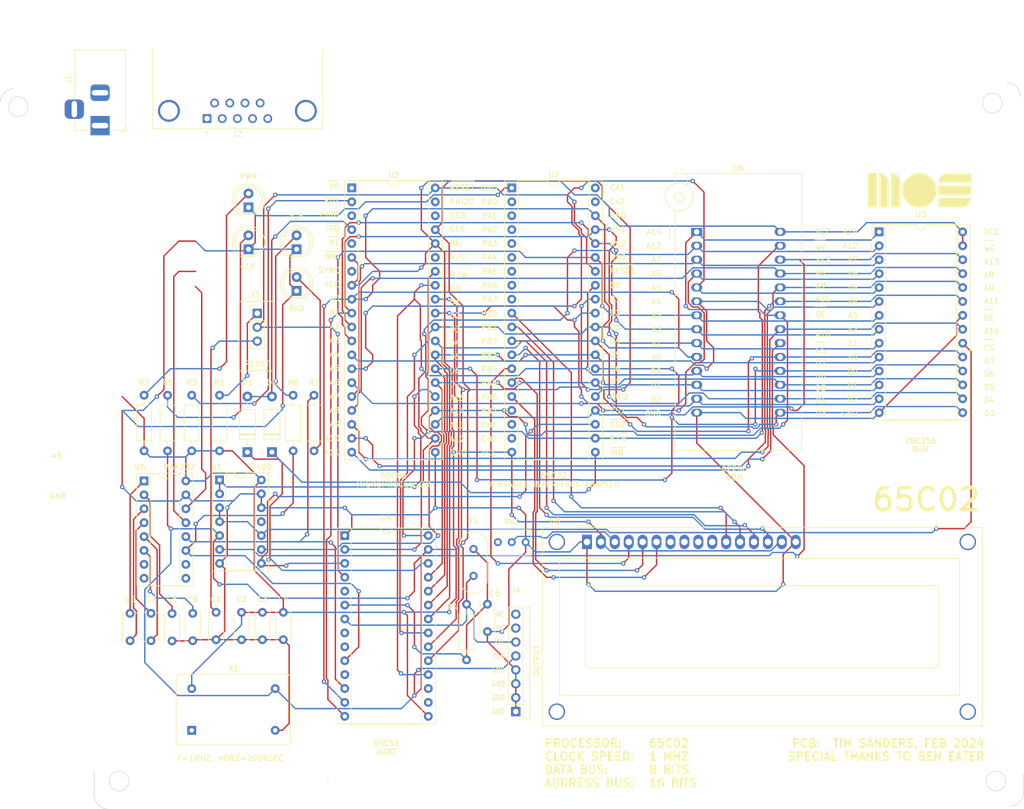
<source format=kicad_pcb>
(kicad_pcb (version 20211014) (generator pcbnew)
  (layers (0 "F.Cu" signal) (31 "B.Cu" signal) (34 "B.Paste" user) (35 "F.Paste" user) (36 "B.SilkS" user "B.Silkscreen") (37 "F.SilkS" user "F.Silkscreen") (38 "B.Mask" user) (39 "F.Mask" user) (44 "Edge.Cuts" user))
  (net 0 "")
  (net 1 "GND")
  (net 2 "Net-(C1-Pad2)")
  (net 3 "VCC")
  (net 4 "Net-(C5-Pad1)")
  (net 5 "Net-(C6-Pad1)")
  (net 6 "Net-(C6-Pad2)")
  (net 7 "Net-(C7-Pad1)")
  (net 8 "Net-(C7-Pad2)")
  (net 9 "Net-(C8-Pad2)")
  (net 10 "Net-(C9-Pad1)")
  (net 11 "IRQ*")
  (net 12 "Net-(D1-Pad1)")
  (net 13 "TXD")
  (net 14 "RXD")
  (net 15 "Net-(LED_1-Pad2)")
  (net 16 "Net-(LED_2-Pad2)")
  (net 17 "Net-(R3-Pad2)")
  (net 18 "XTAL")
  (net 19 "CLK")
  (net 20 "Net-(RV1-Pad2)")
  (net 23 "Net-(D2-Pad1)")
  (net 24 "RESET*")
  (net 25 "A15")
  (net 26 "A15*")
  (net 27 "Net-(U1-Pad6)")
  (net 28 "Net-(U1-Pad8)")
  (net 29 "A14")
  (net 35 "A0")
  (net 36 "A1")
  (net 37 "A2")
  (net 38 "A3")
  (net 39 "A4")
  (net 40 "A5")
  (net 41 "A6")
  (net 42 "A7")
  (net 43 "A8")
  (net 44 "A9")
  (net 45 "A10")
  (net 46 "A11")
  (net 47 "A12")
  (net 48 "A13")
  (net 49 "D7")
  (net 50 "D6")
  (net 51 "D5")
  (net 52 "D4")
  (net 53 "D3")
  (net 54 "D2")
  (net 55 "D1")
  (net 56 "D0")
  (net 57 "RW*")
  (net 64 "Net-(LED_3-Pad2)")
  (net 66 "Net-(R7-Pad1)")
  (net 81 "Net-(U7-Pad10)")
  (net 82 "Net-(U7-Pad11)")
  (net 83 "Net-(U7-Pad12)")
  (net 84 "Net-(U7-Pad13)")
  (net 85 "Net-(U7-Pad14)")
  (net 86 "Net-(U7-Pad15)")
  (net 87 "Net-(U7-Pad16)")
  (net 103 "Net-(J3-Pad1)")
  (net 106 "Net-(R8-Pad1)")
  (net 107 "Net-(LED_4-Pad2)")
  (footprint "Capacitor_THT:C_Disc_D5.0mm_W2.5mm_P5.00mm" (layer "F.Cu") (at 50.2575 111.585 -90)
    (fp_text reference "C9")
    (fp_text value "1uF")
  )
  (footprint "Package_DIP:DIP-28_W15.24mm_Socket" (layer "F.Cu") (at 175.541666 41.925)
    (fp_text reference "U3")
    (fp_text value "28C256")
  )
  (footprint "Capacitor_THT:C_Disc_D5.0mm_W2.5mm_P5.00mm" (layer "F.Cu") (at 38.8275 111.585 -90)
    (fp_text reference "C6")
    (fp_text value "1uF")
  )
  (footprint "Display:WC1602A" (layer "F.Cu") (at 122.2125 98.5425)
    (fp_text reference "U8")
    (fp_text value "WC1602A")
  )
  (footprint "Connector_Dsub:DSUB-9_Female_Horizontal_P2.77x2.84mm_EdgePinOffset9.90mm_Housed_MountingHolesOffset11.32mm" (layer "F.Cu") (at 52.87 21.230331 180)
    (fp_text reference "J2")
    (fp_text value "DB9_Female")
  )
  (footprint "Diode_THT:D_A-405_P10.16mm_Horizontal" (layer "F.Cu") (at 60.2325 82.15 90)
    (fp_text reference "D1")
    (fp_text value "D" hide)
  )
  (footprint "Capacitor_THT:C_Disc_D5.0mm_W2.5mm_P5.00mm" (layer "F.Cu") (at 46.4875 116.625 90)
    (fp_text reference "C8")
    (fp_text value "1uF")
  )
  (footprint "Connector_BarrelJack:BarrelJack_Horizontal" (layer "F.Cu") (at 33.3425 22.51 -90)
    (fp_text reference "J1")
    (fp_text value "Barrel_Jack_Switch_Pin3Ring")
  )
  (footprint "Resistor_THT:R_Axial_DIN0207_L6.3mm_D2.5mm_P10.16mm_Horizontal" (layer "F.Cu") (at 68.58 81.915 90)
    (fp_text reference "R8")
    (fp_text value "220" hide)
  )
  (footprint "Package_DIP:DIP-28_W15.24mm_Socket" (layer "F.Cu") (at 78.0075 97.375)
    (fp_text reference "U4")
    (fp_text value "W65C51N")
  )
  (footprint "LED_THT:LED_D5.0mm" (layer "F.Cu") (at 69.215 45.09 90)
    (fp_text reference "LED_4" hide)
    (fp_text value "LED" hide)
  )
  (footprint "Capacitor_THT:C_Disc_D5.0mm_W2.5mm_P5.00mm" (layer "F.Cu") (at 54.5175 116.4 90)
    (fp_text reference "C1")
    (fp_text value "0.1u" hide)
  )
  (footprint "Resistor_THT:R_Axial_DIN0207_L6.3mm_D2.5mm_P10.16mm_Horizontal" (layer "F.Cu") (at 50.0725 81.91 90)
    (fp_text reference "R3")
    (fp_text value "1K")
  )
  (footprint "Package_DIP:DIP-40_W15.24mm_Socket" (layer "F.Cu") (at 79.2825 33.895)
    (fp_text reference "U2")
    (fp_text value "W65C02")
  )
  (footprint "Package_DIP:DIP-40_W15.24mm_Socket" (layer "F.Cu") (at 108.4925 33.89)
    (fp_text reference "U7")
    (fp_text value "65C22")
  )
  (footprint "Crystal:Crystal_HC18-U_Vertical" (layer "F.Cu") (at 101.5025 99.845 -90)
    (fp_text reference "Y1")
    (fp_text value "1.8432MHZ" hide)
  )
  (footprint "Package_DIP:DIP-14_W7.62mm_Socket" (layer "F.Cu") (at 55.1625 87.225)
    (fp_text reference "U1")
    (fp_text value "7400")
  )
  (footprint "Resistor_THT:R_Axial_DIN0207_L6.3mm_D2.5mm_P10.16mm_Horizontal" (layer "F.Cu") (at 100.2325 109.915 -90)
    (fp_text reference "R4")
    (fp_text value "1M")
  )
  (footprint "LOGO" (layer "F.Cu") (at 182.88 34.29)
    (fp_text reference "G***" hide)
    (fp_text value "LOGO" hide)
  )
  (footprint "Capacitor_THT:C_Disc_D5.0mm_W2.5mm_P5.00mm" (layer "F.Cu") (at 104.0425 109.915 -90)
    (fp_text reference "C5")
    (fp_text value "20pf")
  )
  (footprint "Resistor_THT:R_Axial_DIN0207_L6.3mm_D2.5mm_P10.16mm_Horizontal" (layer "F.Cu") (at 41.3825 81.91 90)
    (fp_text reference "R2")
    (fp_text value "220")
  )
  (footprint "LED_THT:LED_D5.0mm" (layer "F.Cu") (at 60.43211 37.450048 90)
    (fp_text reference "LED_1" hide)
    (fp_text value "LED" hide)
  )
  (footprint "Capacitor_THT:C_Disc_D5.0mm_W2.5mm_P5.00mm" (layer "F.Cu") (at 59.1675 111.4 -90)
    (fp_text reference "C2")
    (fp_text value "0.1u" hide)
  )
  (footprint "Package_DIP:DIP-16_W7.62mm_Socket" (layer "F.Cu") (at 41.3775 87.405)
    (fp_text reference "U6")
    (fp_text value "MAX232")
  )
  (footprint "Resistor_THT:R_Axial_DIN0207_L6.3mm_D2.5mm_P10.16mm_Horizontal" (layer "F.Cu") (at 45.660833 81.91 90)
    (fp_text reference "R5")
    (fp_text value "220")
  )
  (footprint "Capacitor_THT:C_Disc_D5.0mm_W2.5mm_P5.00mm" (layer "F.Cu") (at 42.6375 111.585 -90)
    (fp_text reference "C7")
    (fp_text value "1uF")
  )
  (footprint "Capacitor_THT:C_Disc_D5.0mm_W2.5mm_P5.00mm" (layer "F.Cu") (at 66.7875 111.4 -90)
    (fp_text reference "C4")
    (fp_text value "0.1u" hide)
  )
  (footprint "LED_THT:LED_D5.0mm" (layer "F.Cu") (at 60.43211 45.09 90)
    (fp_text reference "LED_2" hide)
    (fp_text value "LED" hide)
  )
  (footprint "Connector_PinHeader_2.54mm:PinHeader_1x08_P2.54mm_Vertical" (layer "F.Cu") (at 109.22 129.525 180)
    (fp_text reference "J4")
    (fp_text value "Conn_01x08_Male")
  )
  (footprint "Oscillator:Oscillator_DIP-14" (layer "F.Cu") (at 50.0725 132.95)
    (fp_text reference "X1")
    (fp_text value "GTXO-S14V")
  )
  (footprint "Resistor_THT:R_Axial_DIN0207_L6.3mm_D2.5mm_P10.16mm_Horizontal" (layer "F.Cu") (at 72.39 71.755 -90)
    (fp_text reference "R7")
    (fp_text value "220" hide)
  )
  (footprint "Resistor_THT:R_Axial_DIN0207_L6.3mm_D2.5mm_P10.16mm_Horizontal" (layer "F.Cu") (at 55.1525 81.91 90)
    (fp_text reference "R1")
    (fp_text value "1K")
  )
  (footprint "Capacitor_THT:C_Disc_D5.0mm_W2.5mm_P5.00mm" (layer "F.Cu") (at 62.9775 111.4 -90)
    (fp_text reference "C3")
    (fp_text value "0.1u" hide)
  )
  (footprint "Diode_THT:D_A-405_P10.16mm_Horizontal" (layer "F.Cu") (at 64.710834 82.15 90)
    (fp_text reference "D2")
    (fp_text value "D" hide)
  )
  (footprint "Connector_PinHeader_2.54mm:PinHeader_1x03_P2.54mm_Vertical" (layer "F.Cu") (at 62.0325 56.795)
    (fp_text reference "J3")
    (fp_text value "\"Switch\"" hide)
  )
  (footprint "Socket:DIP_Socket-28_W11.9_W12.7_W15.24_W17.78_W18.5_3M_228-1277-00-0602J" (layer "F.Cu") (at 142.24 41.91)
    (fp_text reference "U5")
    (fp_text value "62256")
  )
  (footprint "Potentiometer_THT:Potentiometer_Bourns_3266Y_Vertical" (layer "F.Cu") (at 111.0175 98.585)
    (fp_text reference "RV1")
    (fp_text value "R_Potentiometer" hide)
  )
  (footprint "LED_THT:LED_D5.0mm" (layer "F.Cu") (at 69.215 52.705 90)
    (fp_text reference "LED_3" hide)
    (fp_text value "LED" hide)
  )
  (gr_line (start 65.024 66.04) (end 65.024 67.31) (layer "F.SilkS") (width 0.15))
  (gr_line (start 74.646881 40.367) (end 76.932881 40.367) (layer "F.SilkS") (width 0.15))
  (gr_line (start 65.024 54.61) (end 65.024 66.04) (layer "F.SilkS") (width 0.15))
  (gr_line (start 111.125 110.415) (end 111.76 110.415) (layer "F.SilkS") (width 0.15))
  (gr_line (start 99.3485 48.0691) (end 100.2375 48.0691) (layer "F.SilkS") (width 0.15))
  (gr_line (start 97.4816 32.62) (end 101.7234 32.62) (layer "F.SilkS") (width 0.15))
  (gr_line (start 194.581666 43.455125) (end 196.486666 43.455125) (layer "F.SilkS") (width 0.15))
  (gr_line (start 111.76 130.81) (end 111.125 130.81) (layer "F.SilkS") (width 0.15))
  (gr_line (start 58.674 66.04) (end 58.674 54.61) (layer "F.SilkS") (width 0.15))
  (gr_line (start 75.1205 42.799) (end 77.0255 42.799) (layer "F.SilkS") (width 0.15))
  (gr_line (start 126.5265 81.28) (end 129.1935 81.28) (layer "F.SilkS") (width 0.15))
  (gr_line (start 126.5265 76.134212) (end 129.1935 76.134212) (layer "F.SilkS") (width 0.15))
  (gr_line (start 58.674 66.04) (end 58.674 67.31) (layer "F.SilkS") (width 0.15))
  (gr_line (start 163.83 62.051139) (end 165.735 62.051139) (layer "F.SilkS") (width 0.15))
  (gr_line (start 65.024 67.31) (end 58.674 67.31) (layer "F.SilkS") (width 0.15))
  (gr_line (start 163.83 43.375558) (end 165.735 43.375558) (layer "F.SilkS") (width 0.15))
  (gr_line (start 163.83 55.538906) (end 165.735 55.538906) (layer "F.SilkS") (width 0.15))
  (gr_line (start 111.76 110.415) (end 111.76 130.81) (layer "F.SilkS") (width 0.15))
  (gr_line (start 194.581666 56.095875) (end 196.486666 56.095875) (layer "F.SilkS") (width 0.15))
  (gr_line (start 128.368 78.674212) (end 129.511 78.674212) (layer "F.SilkS") (width 0.15))
  (gr_line (start 126.2725 47.86) (end 130.8445 47.86) (layer "F.SilkS") (width 0.15))
  (gr_line (start 74.499405 45.447) (end 77.039405 45.447) (layer "F.SilkS") (width 0.15))
  (gr_circle (center 74.93 142.24) (end 74.93 142.24) (layer "F.SilkS") (width 0.15) (fill none))
  (gr_line (start 74.93 32.505) (end 76.835 32.505) (layer "F.SilkS") (width 0.15))
  (gr_line (start 58.674 54.61) (end 65.024 54.61) (layer "F.SilkS") (width 0.15))
  (gr_line (start 194.581666 61.57375) (end 196.486666 61.57375) (layer "F.SilkS") (width 0.15))
  (gr_circle (center 18.415 19.05) (end 17.145 17.78) (layer "Edge.Cuts") (width 0.1) (fill none))
  (gr_arc (start 201.929999 144.253948) (mid 201.186051 146.05) (end 199.389999 146.793948) (layer "Edge.Cuts") (width 0.1))
  (gr_arc (start 15.131052 18.306052) (mid 15.875 16.51) (end 17.671052 15.766052) (layer "Edge.Cuts") (width 0.1))
  (gr_circle (center 196.85 142.24) (end 195.58 140.97) (layer "Edge.Cuts") (width 0.1) (fill none))
  (gr_line (start 32.276051 140.443949) (end 32.276051 144.78) (layer "Edge.Cuts") (width 0.1))
  (gr_circle (center 36.83 142.24) (end 35.56 140.97) (layer "Edge.Cuts") (width 0.1) (fill none))
  (gr_arc (start 198.754999 14.605051) (mid 200.551033 15.349003) (end 201.294999 17.145051) (layer "Edge.Cuts") (width 0.1))
  (gr_circle (center 196.215 18.415) (end 194.945 17.145) (layer "Edge.Cuts") (width 0.1) (fill none))
  (gr_arc (start 34.816051 147.32) (mid 33.02 146.576051) (end 32.276051 144.78) (layer "Edge.Cuts") (width 0.1))
  (gr_line (start 201.929999 140.97) (end 201.929999 144.253948) (layer "Edge.Cuts") (width 0.1))
  (gr_text "28C256\nRAM" (at 183.151666 80.88) (layer "F.SilkS") (effects (font (size 1 1))))
  (gr_text "A4" (at 171.721666 54.658845) (layer "F.SilkS") (effects (font (size 1 1)) (justify right)))
  (gr_text "A4" (at 135.89 54.658845) (layer "F.SilkS") (effects (font (size 1 1)) (justify right)))
  (gr_text "GND" (at 135.89 75.057) (layer "F.SilkS") (effects (font (size 1 1)) (justify right)))
  (gr_text "D4" (at 163.83 72.748929) (layer "F.SilkS") (effects (font (size 1 1)) (justify left)))
  (gr_text "D1" (at 97.0625 54.7374) (layer "F.SilkS") (effects (font (size 1 1)) (justify left)))
  (gr_text "RDY" (at 74.107262 36.189368) (layer "F.SilkS") (effects (font (size 1 1)) (justify left)))
  (gr_text "PCB:  TIM SANDERS, FEB 2024\nSPECIAL THANKS TO BEN EATER\n" (at 194.945 136.525) (layer "F.SilkS") (effects (font (size 1.5 1.5) (thickness 0.3)) (justify right)))
  (gr_text "A12" (at 135.89 44.459769) (layer "F.SilkS") (effects (font (size 1 1)) (justify right)))
  (gr_text "A9" (at 194.581666 52.163125) (layer "F.SilkS") (effects (font (size 1 1)) (justify left)))
  (gr_text "A11" (at 74.2025 82.15) (layer "F.SilkS") (effects (font (size 1 1)) (justify left)))
  (gr_text "A14" (at 97.0625 74.7662) (layer "F.SilkS") (effects (font (size 1 1)) (justify left)))
  (gr_text "OUTPUT" (at 113.03 123.19 90) (layer "F.SilkS") (effects (font (size 1 1)) (justify left)))
  (gr_text "A6" (at 171.721666 49.559307) (layer "F.SilkS") (effects (font (size 1 1)) (justify right)))
  (gr_text "IRQ" (at 77.114405 41.296104) (layer "F.SilkS") (effects (font (size 1 1)) (justify right)))
  (gr_text "GND" (at 104.775 129.54) (layer "F.SilkS") (effects (font (size 1 0.762)) (justify left)))
  (gr_text "GND" (at 104.775 127.002142) (layer "F.SilkS") (effects (font (size 1 0.762)) (justify left)))
  (gr_text "D0" (at 126.2725 51.63658) (layer "F.SilkS") (effects (font (size 1 1)) (justify left)))
  (gr_text "D5" (at 163.83 70.440871) (layer "F.SilkS") (effects (font (size 1 1)) (justify left)))
  (gr_text "D1" (at 135.89 69.957459) (layer "F.SilkS") (effects (font (size 1 1)) (justify right)))
  (gr_text "XTL" (at 105.174143 116.850714) (layer "F.SilkS") (effects (font (size 1 0.762)) (justify left)))
  (gr_text "D4" (at 97.0625 62.2482) (layer "F.SilkS") (effects (font (size 1 1)) (justify left)))
  (gr_text "D0" (at 97.0625 52.2338) (layer "F.SilkS") (effects (font (size 1 1)) (justify left)))
  (gr_text "A8" (at 163.83 49.457232) (layer "F.SilkS") (effects (font (size 1 1)) (justify left)))
  (gr_text "D7" (at 97.0625 69.759) (layer "F.SilkS") (effects (font (size 1 1)) (justify left)))
  (gr_text "A15" (at 97.0625 72.2626) (layer "F.SilkS") (effects (font (size 1 1)) (justify left)))
  (gr_text "CB2" (at 105.9525 79.730312) (layer "F.SilkS") (effects (font (size 1 1)) (justify right)))
  (gr_text "65C02" (at 194.31 90.805) (layer "F.SilkS") (effects (font (size 4.064 4.064) (thickness 0.635)) (justify right)))
  (gr_text "PA5" (at 105.9525 49.170104) (layer "F.SilkS") (effects (font (size 1 1)) (justify right)))
  (gr_text "D2" (at 171.721666 72.507228) (layer "F.SilkS") (effects (font (size 1 1)) (justify right)))
  (gr_text "PA4" (at 105.9525 46.62342) (layer "F.SilkS") (effects (font (size 1 1)) (justify right)))
  (gr_text "D7" (at 163.83 65.824755) (layer "F.SilkS") (effects (font (size 1 1)) (justify left)))
  (gr_text "GND" (at 105.9525 33.89) (layer "F.SilkS") (effects (font (size 1 1)) (justify right)))
  (gr_text "D1" (at 126.2725 54.183264) (layer "F.SilkS") (effects (font (size 1 1)) (justify left)))
  (gr_text "N/C" (at 100.307738 46.408) (layer "F.SilkS") (effects (font (size 1 1)) (justify right)))
  (gr_text "PWR" (at 60.432572 31.75) (layer "F.SilkS") (effects (font (size 1 1))))
  (gr_text "A12" (at 171.721666 44.459769) (layer "F.SilkS") (effects (font (size 1 1)) (justify right)))
  (gr_text "BE" (at 97.0625 43.9044) (layer "F.SilkS") (effects (font (size 1 1)) (justify left)))
  (gr_text "A1" (at 171.721666 62.308152) (layer "F.SilkS") (effects (font (size 1 1)) (justify right)))
  (gr_text "7400" (at 64.77 84.836) (layer "F.SilkS") (effects (font (size 1 1)) (justify right)))
  (gr_text "+5" (at 26.543 82.804) (layer "F.SilkS") (effects (font (size 1 1)) (justify right)))
  (gr_text "PA6" (at 105.9525 51.716788) (layer "F.SilkS") (effects (font (size 1 1)) (justify right)))
  (gr_text "D2" (at 97.0625 57.241) (layer "F.SilkS") (effects (font (size 1 1)) (justify left)))
  (gr_text "D6" (at 163.83 68.132813) (layer "F.SilkS") (effects (font (size 1 1)) (justify left)))
  (gr_text "R/W" (at 129.565357 79.650104) (layer "F.SilkS") (effects (font (size 1 1)) (justify right)))
  (gr_text "RESET" (at 126.2725 49.089896) (layer "F.SilkS") (effects (font (size 1 1)) (justify left)))
  (gr_text "D5" (at 194.581666 70.28175) (layer "F.SilkS") (effects (font (size 1 1)) (justify left)))
  (gr_text "D5" (at 97.0625 64.7518) (layer "F.SilkS") (effects (font (size 1 1)) (justify left)))
  (gr_text "CS" (at 163.83 63.516697) (layer "F.SilkS") (effects (font (size 1 1)) (justify left)))
  (gr_text "VCC" (at 163.83 41.91) (layer "F.SilkS") (effects (font (size 1 1)) (justify left)))
  (gr_text "WE" (at 194.581666 45.00025) (layer "F.SilkS") (effects (font (size 1 1)) (justify left)))
  (gr_text "D2" (at 135.89 72.507228) (layer "F.SilkS") (effects (font (size 1 1)) (justify right)))
  (gr_text "D6" (at 194.581666 67.894125) (layer "F.SilkS") (effects (font (size 1 1)) (justify left)))
  (gr_text "A10" (at 163.83 60.585581) (layer "F.SilkS") (effects (font (size 1 1)) (justify left)))
  (gr_text "A0" (at 135.89 64.857921) (layer "F.SilkS") (effects (font (size 1 1)) (justify right)))
  (gr_text "D3" (at 126.2725 59.276632) (layer "F.SilkS") (effects (font (size 1 1)) (justify left)))
  (gr_text "GND" (at 97.0625 82.277) (layer "F.SilkS") (effects (font (size 1 1)) (justify left)))
  (gr_text "CLK" (at 106.101857 119.388571) (layer "F.SilkS") (effects (font (size 1 0.762))))
  (gr_text "PA0" (at 105.9525 36.436684) (layer "F.SilkS") (effects (font (size 1 1)) (justify right)))
  (gr_text "D4" (at 194.581666 72.669375) (layer "F.SilkS") (effects (font (size 1 1)) (justify left)))
  (gr_text "VCC" (at 105.9525 82.277) (layer "F.SilkS") (effects (font (size 1 1)) (justify right)))
  (gr_text "A4" (at 75.154881 64.276416) (layer "F.SilkS") (effects (font (size 1 1)) (justify left)))
  (gr_text "F=1MHZ, HORZ=200NSEC" (at 57.15 138.03) (layer "F.SilkS") (effects (font (size 1 1))))
  (gr_text "65C02\nMICROPROCESSOR" (at 86.9025 87.23) (layer "F.SilkS") (effects (font (size 1 1))))
  (gr_text "A3" (at 171.721666 57.208614) (layer "F.SilkS") (effects (font (size 1 1)) (justify right)))
  (gr_text "CS2" (at 126.2725 77.10342) (layer "F.SilkS") (effects (font (size 1 1)) (justify left)))
  (gr_text "A6" (at 75.154881 69.383152) (layer "F.SilkS") (effects (font (size 1 1)) (justify left)))
  (gr_text "PROCESSOR:\nCLOCK SPEED:\nDATA BUS:\nADDRESS BUS:" (at 114.3 138.94) (layer "F.SilkS") (effects (font (size 1.5 1.5) (thickness 0.3)) (justify left)))
  (gr_text "A14" (at 171.721666 41.91) (layer "F.SilkS") (effects (font (size 1 1)) (justify right)))
  (gr_text "GND" (at 104.775 121.926428) (layer "F.SilkS") (effects (font (size 1 0.762)) (justify left)))
  (gr_text "PA1" (at 105.9525 38.983368) (layer "F.SilkS") (effects (font (size 1 1)) (justify right)))
  (gr_text "A7" (at 135.89 47.009538) (layer "F.SilkS") (effects (font (size 1 1)) (justify right)))
  (gr_text "PHI2" (at 126.2725 72.010052) (layer "F.SilkS") (effects (font (size 1 1)) (justify left)))
  (gr_text "NMI" (at 74.297738 46.40284) (layer "F.SilkS") (effects (font (size 1 1)) (justify left)))
  (gr_text "CA2" (at 126.2725 36.389896) (layer "F.SilkS") (effects (font (size 1 1)) (justify left)))
  (gr_text "A6" (at 135.89 49.559307) (layer "F.SilkS") (effects (font (size 1 1)) (justify right)))
  (gr_text "PB2" (at 105.9525 61.903524) (layer "F.SilkS") (effects (font (size 1 1)) (justify right)))
  (gr_text "A8" (at 75.154881 74.489888) (layer "F.SilkS") (effects (font (size 1 1)) (justify left)))
  (gr_text "A7" (at 75.154881 71.93652) (layer "F.SilkS") (effects (font (size 1 1)) (justify left)))
  (gr_text "GND" (at 104.775 124.464285) (layer "F.SilkS") (effects (font (size 1 0.762)) (justify left)))
  (gr_text "PB4" (at 105.9525 66.996892) (layer "F.SilkS") (effects (font (size 1 1)) (justify right)))
  (gr_text "A8" (at 194.581666 49.7755) (layer "F.SilkS") (effects (font (size 1 1)) (justify left)))
  (gr_text "A10" (at 74.2025 79.596624) (layer "F.SilkS") (effects (font (size 1 1)) (justify left)))
  (gr_text "R/W" (at 97.0625 49.7302) (layer "F.SilkS") (effects (font (size 1 1)) (justify left)))
  (gr_text "A3" (at 75.154881 61.723048) (layer "F.SilkS") (effects (font (size 1 1)) (justify left)))
  (gr_text "D3" (at 163.83 75.057) (layer "F.SilkS") (effects (font (size 1 1)) (justify left)))
  (gr_text "RESET" (at 97.0625 33.89) (layer "F.SilkS") (effects (font (size 1 1)) (justify left)))
  (gr_text "GND" (at 27.305 90.17) (layer "F.SilkS") (effects (font (size 1 1)) (justify right)))
  (gr_text "A5" (at 135.89 52.109076) (layer "F.SilkS") (effects (font (size 1 1)) (justify right)))
  (gr_text "A13" (at 97.0625 77.2698) (layer "F.SilkS") (effects (font (size 1 1)) (justify left)))
  (gr_text "CS1" (at 126.2725 74.556736) (layer "F.SilkS") (effects (font (size 1 1)) (justify left)))
  (gr_text "NC" (at 105.537 111.775) (layer "F.SilkS") (effects (font (size 1 0.762)) (justify left)))
  (gr_text "RS2" (at 126.2725 44.130212) (layer "F.SilkS") (effects (font (size 1 1)) (justify left)))
  (gr_text "TxD" (at 69.215 39.37) (layer "F.SilkS") (effects (font (size 1 1))))
  (gr_text "OE" (at 194.581666 57.641) (layer "F.SilkS") (effects (font (size 1 1)) (justify left)))
  (gr_text "VCC" (at 194.581666 41.91) (layer "F.SilkS") (effects (font (size 1 1)) (justify left)))
  (gr_text "OE" (at 163.83 57.004464) (layer "F.SilkS") (effects (font (size 1 1)) (justify left)))
  (gr_text "A1" (at 135.89 62.308152) (layer "F.SilkS") (effects (font (size 1 1)) (justify right)))
  (gr_text "CB1" (at 105.9525 77.183628) (layer "F.SilkS") (effects (font (size 1 1)) (justify right)))
  (gr_text "WE" (at 163.83 44.841116) (layer "F.SilkS") (effects (font (size 1 1)) (justify left)))
  (gr_text "GND" (at 171.721666 75.057) (layer "F.SilkS") (effects (font (size 1 1)) (justify right)))
  (gr_text "IRQ" (at 126.2725 82.196788) (layer "F.SilkS") (effects (font (size 1 1)) (justify left)))
  (gr_text "D6" (at 97.0625 67.2554) (layer "F.SilkS") (effects (font (size 1 1)) (justify left)))
  (gr_text "VP" (at 77.114405 33.636) (layer "F.SilkS") (effects (font (size 1 1)) (justify right)))
  (gr_text "A2" (at 171.721666 59.758383) (layer "F.SilkS") (effects (font (size 1 1)) (justify right)))
  (gr_text "A5" (at 171.721666 52.109076) (layer "F.SilkS") (effects (font (size 1 1)) (justify right)))
  (gr_text "A0" (at 171.721666 64.857921) (layer "F.SilkS") (effects (font (size 1 1)) (justify right)))
  (gr_text "D1" (at 171.721666 69.957459) (layer "F.SilkS") (effects (font (size 1 1)) (justify right)))
  (gr_text "D4" (at 126.2725 61.823316) (layer "F.SilkS") (effects (font (size 1 1)) (justify left)))
  (gr_text "SOB" (at 97.0625 38.8972) (layer "F.SilkS") (effects (font (size 1 1)) (justify left)))
  (gr_text "A1" (at 75.154881 56.616312) (layer "F.SilkS") (effects (font (size 1 1)) (justify left)))
  (gr_text "D0" (at 135.89 67.40769) (layer "F.SilkS") (effects (font (size 1 1)) (justify right)))
  (gr_text "ML" (at 77.114405 43.849472) (layer "F.SilkS") (effects (font (size 1 1)) (justify right)))
  (gr_text "PB1" (at 105.9525 59.35684) (layer "F.SilkS") (effects (font (size 1 1)) (justify right)))
  (gr_text "RS0" (at 126.2725 38.93658) (layer "F.SilkS") (effects (font (size 1 1)) (justify left)))
  (gr_text "PA7" (at 105.9525 54.263472) (layer "F.SilkS") (effects (font (size 1 1)) (justify right)))
  (gr_text "D5" (at 126.2725 64.37) (layer "F.SilkS") (effects (font (size 1 1)) (justify left)))
  (gr_text "SYNC" (at 77.114405 48.956208) (layer "F.SilkS") (effects (font (size 1 1)) (justify right)))
  (gr_text "D3" (at 97.0625 59.7446) (layer "F.SilkS") (effects (font (size 1 1)) (justify left)))
  (gr_text "D6" (at 126.2725 66.916684) (layer "F.SilkS") (effects (font (size 1 1)) (justify left)))
  (gr_text "PB0" (at 105.9525 56.810156) (layer "F.SilkS") (effects (font (size 1 1)) (justify right)))
  (gr_text "A14" (at 135.89 41.91) (layer "F.SilkS") (effects (font (size 1 1)) (justify right)))
  (gr_text "62256\nROM" (at 149.1325 85.96) (layer "F.SilkS") (effects (font (size 1 1))))
  (gr_text "CLK" (at 60.325 48.26) (layer "F.SilkS") (effects (font (size 1 1))))
  (gr_text "A0" (at 75.154881 54.062944) (layer "F.SilkS") (effects (font (size 1 1)) (justify left)))
  (gr_text "PA3" (at 105.9525 44.076736) (layer "F.SilkS") (effects (font (size 1 1)) (justify right)))
  (gr_text "A2" (at 75.154881 59.16968) (layer "F.SilkS") (effects (font (size 1 1)) (justify left)))
  (gr_text "PB3" (at 105.9525 64.450208) (layer "F.SilkS") (effects (font (size 1 1)) (justify right)))
  (gr_text "RxD" (at 69.215 55.88) (layer "F.SilkS") (effects (font (size 1 1))))
  (gr_text "RS1" (at 126.2725 41.483264) (layer "F.SilkS") (effects (font (size 1 1)) (justify left)))
  (gr_text "CA1" (at 126.2725 33.843212) (layer "F.SilkS") (effects (font (size 1 1)) (justify left)))
  (gr_text "MAX232" (at 50.8 84.836) (layer "F.SilkS") (effects (font (size 1 1)) (justify right)))
  (gr_text "A9" (at 163.83 51.76529) (layer "F.SilkS") (effects (font (size 1 1)) (justify left)))
  (gr_text "PB5" (at 105.9525 69.543576) (layer "F.SilkS") (effects (font (size 1 1)) (justify right)))
  (gr_text "A11" (at 194.581666 54.55075) (layer "F.SilkS") (effects (font (size 1 1)) (justify left)))
  (gr_text "A7" (at 171.721666 47.009538) (layer "F.SilkS") (effects (font (size 1 1)) (justify right)))
  (gr_text "65C22\nVERSATILE INTERFFACE ADAPTER" (at 116.1125 87.23) (layer "F.SilkS") (effects (font (size 1 1))))
  (gr_text "CLK" (at 97.0625 41.4008) (layer "F.SilkS") (effects (font (size 1 1)) (justify left)))
  (gr_text "A10" (at 194.581666 60.028625) (layer "F.SilkS") (effects (font (size 1 1)) (justify left)))
  (gr_text "A5" (at 75.154881 66.829784) (layer "F.SilkS") (effects (font (size 1 1)) (justify left)))
  (gr_text "PA2" (at 105.9525 41.530052) (layer "F.SilkS") (effects (font (size 1 1)) (justify right)))
  (gr_text "A2" (at 135.89 59.758383) (layer "F.SilkS") (effects (font (size 1 1)) (justify right)))
  (gr_text "CS" (at 194.581666 63.118875) (layer "F.SilkS") (effects (font (size 1 1)) (justify left)))
  (gr_text "D2" (at 126.2725 56.729948) (layer "F.SilkS") (effects (font (size 1 1)) (justify left)))
  (gr_text "PHI2O" (at 97.0625 36.3936) (layer "F.SilkS") (effects (font (size 1 1)) (justify left)))
  (gr_text "RS3" (at 126.2725 46.543212) (layer "F.SilkS") (effects (font (size 1 1)) (justify left)))
  (gr_text "NC" (at 105.537 114.312857) (layer "F.SilkS") (effects (font (size 1 0.762)) (justify left)))
  (gr_text "PB6" (at 105.9525 72.09026) (layer "F.SilkS") (effects (font (size 1 1)) (justify right)))
  (gr_text "A11" (at 163.83 54.073348) (layer "F.SilkS") (effects (font (size 1 1)) (justify left)))
  (gr_text "RESET" (at 62.0325 66.04) (layer "F.SilkS") (effects (font (size 1 1))))
  (gr_text "A13" (at 194.581666 47.387875) (layer "F.SilkS") (effects (font (size 1 1)) (justify left)))
  (gr_text "D7" (at 194.581666 65.5065) (layer "F.SilkS") (effects (font (size 1 1)) (justify left)))
  (gr_text "PHIO" (at 77.114405 38.742736) (layer "F.SilkS") (effects (font (size 1 1)) (justify right)))
  (gr_text "A12" (at 97.0625 79.7734) (layer "F.SilkS") (effects (font (size 1 1)) (justify left)))
  (gr_text "A9" (at 75.154881 77.043256) (layer "F.SilkS") (effects (font (size 1 1)) (justify left)))
  (gr_text "A13" (at 163.83 47.149174) (layer "F.SilkS") (effects (font (size 1 1)) (justify left)))
  (gr_text "VCC" (at 74.107262 51.509576) (layer "F.SilkS") (effects (font (size 1 1)) (justify left)))
  (gr_text "PB7" (at 105.9525 74.636944) (layer "F.SilkS") (effects (font (size 1 1)) (justify right)))
  (gr_text "D3" (at 194.581666 75.057) (layer "F.SilkS") (effects (font (size 1 1)) (justify left)))
  (gr_text "65C51\nUART" (at 85.6275 136.095) (layer "F.SilkS") (effects (font (size 1 1))))
  (gr_text "D7" (at 126.2725 69.463368) (layer "F.SilkS") (effects (font (size 1 1)) (justify left)))
  (gr_text "A3" (at 135.89 57.208614) (layer "F.SilkS") (effects (font (size 1 1)) (justify right)))
  (gr_text "D0" (at 171.721666 67.40769) (layer "F.SilkS") (effects (font (size 1 1)) (justify right)))
  (gr_text "65C02\n1 MHZ\n8 BITS\n16 BITS" (at 133.35 138.94) (layer "F.SilkS") (effects (font (size 1.5 1.5) (thickness 0.3)) (justify left)))
  (segment (start 142.24 80.47) (end 160.3125 98.5425) (width 0.25) (layer "F.Cu") (net 1))
  (segment (start 59.1675 116.4) (end 54.5175 116.4) (width 0.25) (layer "F.Cu") (net 1))
  (segment (start 67.99 46.315) (end 67.99 51.48) (width 0.25) (layer "F.Cu") (net 1))
  (segment (start 56.092001 114.825499) (end 54.5175 116.4) (width 0.25) (layer "F.Cu") (net 1))
  (segment (start 158.0225 100.8325) (end 160.3125 98.5425) (width 0.25) (layer "F.Cu") (net 1))
  (segment (start 56.092001 103.394501) (end 56.092001 114.825499) (width 0.25) (layer "F.Cu") (net 1))
  (segment (start 67.8525 117.465) (end 67.8525 131.68) (width 0.25) (layer "F.Cu") (net 1))
  (segment (start 111.0175 100.4375) (end 111.0175 98.585) (width 0.25) (layer "F.Cu") (net 1))
  (segment (start 55.1625 102.465) (end 56.092001 103.394501) (width 0.25) (layer "F.Cu") (net 1))
  (segment (start 109.22 121.905) (end 104.0425 116.7275) (width 0.25) (layer "F.Cu") (net 1))
  (segment (start 60.43211 37.450048) (end 61.65711 38.675048) (width 0.25) (layer "F.Cu") (net 1))
  (segment (start 66.5825 132.95) (end 65.3125 132.95) (width 0.25) (layer "F.Cu") (net 1))
  (segment (start 66.675 55.245) (end 66.675 73.66) (width 0.25) (layer "F.Cu") (net 1))
  (segment (start 106.68 114.935) (end 107.95 113.665) (width 0.25) (layer "F.Cu") (net 1))
  (segment (start 79.2825 93.58) (end 79.2825 96.12) (width 0.25) (layer "F.Cu") (net 1))
  (segment (start 94.5225 82.155) (end 94.5225 92.31) (width 0.25) (layer "F.Cu") (net 1))
  (segment (start 107.95 113.665) (end 107.95 103.505) (width 0.25) (layer "F.Cu") (net 1))
  (segment (start 46.4875 116.625) (end 50.2175 116.625) (width 0.25) (layer "F.Cu") (net 1))
  (segment (start 44.9925 46.32934) (end 44.9925 70.72) (width 0.25) (layer "F.Cu") (net 1))
  (segment (start 67.8525 131.68) (end 66.5825 132.95) (width 0.25) (layer "F.Cu") (net 1))
  (segment (start 50.2175 116.625) (end 50.2575 116.585) (width 0.25) (layer "F.Cu") (net 1))
  (segment (start 61.65711 43.865) (end 60.43211 45.09) (width 0.25) (layer "F.Cu") (net 1))
  (segment (start 54.5175 116.4) (end 50.4425 116.4) (width 0.25) (layer "F.Cu") (net 1))
  (segment (start 62.9775 116.4) (end 59.1675 116.4) (width 0.25) (layer "F.Cu") (net 1))
  (segment (start 189.656666 60.83) (end 189.656666 58.29) (width 0.25) (layer "F.Cu") (net 1))
  (segment (start 78.0275 97.375) (end 78.0075 97.375) (width 0.25) (layer "F.Cu") (net 1))
  (segment (start 50.4425 116.4) (end 50.2575 116.585) (width 0.25) (layer "F.Cu") (net 1))
  (segment (start 109.7625 92.31) (end 111.0175 93.565) (width 0.25) (layer "F.Cu") (net 1))
  (segment (start 78.0125 92.31) (end 79.2825 93.58) (width 0.25) (layer "F.Cu") (net 1))
  (segment (start 55.1625 102.465) (end 56.561992 101.065508) (width 0.25) (layer "F.Cu") (net 1))
  (segment (start 175.541666 74.945) (end 189.656666 60.83) (width 0.25) (layer "F.Cu") (net 1))
  (segment (start 142.24 74.93) (end 142.24 80.47) (width 0.25) (layer "F.Cu") (net 1))
  (segment (start 109.22 126.985) (end 109.22 129.525) (width 0.25) (layer "F.Cu") (net 1))
  (segment (start 111.0175 93.565) (end 111.0175 98.585) (width 0.25) (layer "F.Cu") (net 1))
  (segment (start 61.65711 38.675048) (end 61.65711 43.865) (width 0.25) (layer "F.Cu") (net 1))
  (segment (start 79.2825 96.12) (end 78.0275 97.375) (width 0.25) (layer "F.Cu") (net 1))
  (segment (start 69.215 45.09) (end 67.99 46.315) (width 0.25) (layer "F.Cu") (net 1))
  (segment (start 47.72184 43.6) (end 44.9925 46.32934) (width 0.25) (layer "F.Cu") (net 1))
  (segment (start 44.9925 70.72) (end 43.7225 71.99) (width 0.25) (layer "F.Cu") (net 1))
  (segment (start 104.0425 116.7275) (end 104.0425 114.915) (width 0.25) (layer "F.Cu") (net 1))
  (segment (start 107.2225 33.89) (end 105.9525 35.16) (width 0.25) (layer "F.Cu") (net 1))
  (segment (start 56.561992 101.065508) (end 56.561992 92.310554) (width 0.25) (layer "F.Cu") (net 1))
  (segment (start 69.215 52.705) (end 66.675 55.245) (width 0.25) (layer "F.Cu") (net 1))
  (segment (start 189.656666 58.29) (end 190.781666 57.165) (width 0.25) (layer "F.Cu") (net 1))
  (segment (start 66.7875 116.4) (end 67.8525 117.465) (width 0.25) (layer "F.Cu") (net 1))
  (segment (start 66.7875 116.4) (end 62.9775 116.4) (width 0.25) (layer "F.Cu") (net 1))
  (segment (start 122.2125 98.5425) (end 122.2125 106.03) (width 0.25) (layer "F.Cu") (net 1))
  (segment (start 109.22 126.985) (end 109.22 124.445) (width 0.25) (layer "F.Cu") (net 1))
  (segment (start 158.0225 106.28) (end 158.0225 100.8325) (width 0.25) (layer "F.Cu") (net 1))
  (segment (start 108.4925 33.89) (end 107.2225 33.89) (width 0.25) (layer "F.Cu") (net 1))
  (segment (start 122.2125 106.03) (end 122.4625 106.28) (width 0.25) (layer "F.Cu") (net 1))
  (segment (start 62.7825 89.765) (end 62.7825 92.305) (width 0.25) (layer "F.Cu") (net 1))
  (segment (start 50.767831 43.6) (end 47.72184 43.6) (width 0.25) (layer "F.Cu") (net 1))
  (segment (start 67.99 51.48) (end 69.215 52.705) (width 0.25) (layer "F.Cu") (net 1))
  (segment (start 107.95 103.505) (end 111.0175 100.4375) (width 0.25) (layer "F.Cu") (net 1))
  (segment (start 37.3725 74.53) (end 37.3725 88.5) (width 0.25) (layer "F.Cu") (net 1))
  (via (at 37.3725 88.5) (size 0.8) (drill 0.4) (layers "F.Cu" "B.Cu") (net 1))
  (via (at 105.9525 35.16) (size 0.8) (drill 0.4) (layers "F.Cu" "B.Cu") (net 1))
  (via (at 158.0225 106.28) (size 0.8) (drill 0.4) (layers "F.Cu" "B.Cu") (net 1))
  (via (at 66.675 73.66) (size 0.8) (drill 0.4) (layers "F.Cu" "B.Cu") (net 1))
  (via (at 106.68 114.935) (size 0.8) (drill 0.4) (layers "F.Cu" "B.Cu") (net 1))
  (via (at 78.0125 92.31) (size 0.8) (drill 0.4) (layers "F.Cu" "B.Cu") (net 1))
  (via (at 43.7225 71.99) (size 0.8) (drill 0.4) (layers "F.Cu" "B.Cu") (net 1))
  (via (at 109.7625 92.31) (size 0.8) (drill 0.4) (layers "F.Cu" "B.Cu") (net 1))
  (via (at 56.561992 92.310554) (size 0.8) (drill 0.4) (layers "F.Cu" "B.Cu") (net 1))
  (via (at 122.4625 106.28) (size 0.8) (drill 0.4) (layers "F.Cu" "B.Cu") (net 1))
  (via (at 94.5225 92.31) (size 0.8) (drill 0.4) (layers "F.Cu" "B.Cu") (net 1))
  (segment (start 66.675 73.66) (end 66.675 74.295) (width 0.25) (layer "B.Cu") (net 1))
  (segment (start 60.43211 37.450048) (end 61.952062 38.97) (width 0.25) (layer "B.Cu") (net 1))
  (segment (start 39.9425 91.07) (end 47.8725 91.07) (width 0.25) (layer "B.Cu") (net 1))
  (segment (start 40.3125 77.47) (end 37.3725 74.53) (width 0.25) (layer "B.Cu") (net 1))
  (segment (start 151.21319 75.975) (end 174.511666 75.975) (width 0.25) (layer "B.Cu") (net 1))
  (segment (start 93.2525 93.58) (end 79.2825 93.58) (width 0.25) (layer "B.Cu") (net 1))
  (segment (start 81.8225 36.43) (end 92.936509 36.43) (width 0.25) (layer "B.Cu") (net 1))
  (segment (start 43.7225 71.99) (end 41.1825 74.53) (width 0.25) (layer "B.Cu") (net 1))
  (segment (start 174.511666 75.975) (end 175.541666 74.945) (width 0.25) (layer "B.Cu") (net 1))
  (segment (start 52.547895 45.380064) (end 50.767831 43.6) (width 0.25) (layer "B.Cu") (net 1))
  (segment (start 66.675 74.295) (end 63.5 77.47) (width 0.25) (layer "B.Cu") (net 1))
  (segment (start 150.16819 74.93) (end 151.21319 75.975) (width 0.25) (layer "B.Cu") (net 1))
  (segment (start 92.936509 36.43) (end 94.206509 35.16) (width 0.25) (layer "B.Cu") (net 1))
  (segment (start 57.6925 91.04) (end 50.0925 91.04) (width 0.25) (layer "B.Cu") (net 1))
  (segment (start 78.0125 37.7) (end 80.5525 37.7) (width 0.25) (layer "B.Cu") (net 1))
  (segment (start 104.0425 114.915) (end 106.66 114.915) (width 0.25) (layer "B.Cu") (net 1))
  (segment (start 60.43211 45.380064) (end 52.547895 45.380064) (width 0.25) (layer "B.Cu") (net 1))
  (segment (start 58.9675 89.765) (end 62.7825 89.765) (width 0.25) (layer "B.Cu") (net 1))
  (segment (start 156.7525 107.55) (end 158.0225 106.28) (width 0.25) (layer "B.Cu") (net 1))
  (segment (start 112.8 100.3675) (end 119.094712 100.3675) (width 0.25) (layer "B.Cu") (net 1))
  (segment (start 56.561992 92.310554) (end 56.561992 92.170508) (width 0.25) (layer "B.Cu") (net 1))
  (segment (start 123.7325 107.55) (end 156.7525 107.55) (width 0.25) (layer "B.Cu") (net 1))
  (segment (start 80.5525 37.7) (end 81.8225 36.43) (width 0.25) (layer "B.Cu") (net 1))
  (segment (start 122.4625 106.28) (end 123.7325 107.55) (width 0.25) (layer "B.Cu") (net 1))
  (segment (start 119.094712 100.3675) (end 120.919712 98.5425) (width 0.25) (layer "B.Cu") (net 1))
  (segment (start 106.66 114.915) (end 106.68 114.935) (width 0.25) (layer "B.Cu") (net 1))
  (segment (start 61.952062 38.97) (end 76.7425 38.97) (width 0.25) (layer "B.Cu") (net 1))
  (segment (start 142.24 74.93) (end 150.16819 74.93) (width 0.25) (layer "B.Cu") (net 1))
  (segment (start 78.0075 92.305) (end 78.0125 92.31) (width 0.25) (layer "B.Cu") (net 1))
  (segment (start 111.0175 98.585) (end 112.8 100.3675) (width 0.25) (layer "B.Cu") (net 1))
  (segment (start 79.2825 93.58) (end 78.0125 92.31) (width 0.25) (layer "B.Cu") (net 1))
  (segment (start 50.0925 91.04) (end 48.9975 89.945) (width 0.25) (layer "B.Cu") (net 1))
  (segment (start 60.43211 45.09) (end 69.215 45.09) (width 0.25) (layer "B.Cu") (net 1))
  (segment (start 41.1825 74.53) (end 37.3725 74.53) (width 0.25) (layer "B.Cu") (net 1))
  (segment (start 94.5225 92.31) (end 109.7625 92.31) (width 0.25) (layer "B.Cu") (net 1))
  (segment (start 57.6925 91.04) (end 58.9675 89.765) (width 0.25) (layer "B.Cu") (net 1))
  (segment (start 94.206509 35.16) (end 105.9525 35.16) (width 0.25) (layer "B.Cu") (net 1))
  (segment (start 94.5225 92.31) (end 93.2525 93.58) (width 0.25) (layer "B.Cu") (net 1))
  (segment (start 56.561992 92.170508) (end 57.6925 91.04) (width 0.25) (layer "B.Cu") (net 1))
  (segment (start 62.7825 92.305) (end 78.0075 92.305) (width 0.25) (layer "B.Cu") (net 1))
  (segment (start 76.7425 38.97) (end 78.0125 37.7) (width 0.25) (layer "B.Cu") (net 1))
  (segment (start 120.919712 98.5425) (end 122.2125 98.5425) (width 0.25) (layer "B.Cu") (net 1))
  (segment (start 109.22 121.905) (end 109.22 124.445) (width 0.25) (layer "B.Cu") (net 1))
  (segment (start 47.8725 91.07) (end 48.9975 89.945) (width 0.25) (layer "B.Cu") (net 1))
  (segment (start 63.5 77.47) (end 40.3125 77.47) (width 0.25) (layer "B.Cu") (net 1))
  (segment (start 37.3725 88.5) (end 39.9425 91.07) (width 0.25) (layer "B.Cu") (net 1))
  (segment (start 53.587999 63.394501) (end 53.8825 63.1) (width 0.25) (layer "F.Cu") (net 2))
  (segment (start 54.5175 111.4) (end 53.587999 110.470499) (width 0.25) (layer "F.Cu") (net 2))
  (segment (start 53.587999 110.470499) (end 53.587999 63.394501) (width 0.25) (layer "F.Cu") (net 2))
  (via (at 53.8825 63.1) (size 0.8) (drill 0.4) (layers "F.Cu" "B.Cu") (net 2))
  (segment (start 53.8825 63.1) (end 55.1075 61.875) (width 0.25) (layer "B.Cu") (net 2))
  (segment (start 55.1075 61.875) (end 62.0325 61.875) (width 0.25) (layer "B.Cu") (net 2))
  (segment (start 66.7875 111.4) (end 62.9775 111.4) (width 0.25) (layer "F.Cu") (net 3))
  (segment (start 91.9825 48.4445) (end 92.7452 47.6818) (width 0.25) (layer "F.Cu") (net 3))
  (segment (start 96.242001 65.77213) (end 97.590504 67.120633) (width 0.25) (layer "F.Cu") (net 3))
  (segment (start 48.9975 87.405) (end 48.9975 82.985) (width 0.25) (layer "F.Cu") (net 3))
  (segment (start 66.7875 111.4) (end 66.7875 109.025) (width 0.25) (layer "F.Cu") (net 3))
  (segment (start 97.865503 99.218981) (end 97.865503 82.15) (width 0.25) (layer "F.Cu") (net 3))
  (segment (start 93.2525 42.785) (end 94.5225 44.055) (width 0.25) (layer "F.Cu") (net 3))
  (segment (start 92.7452 45.8323) (end 94.5225 44.055) (width 0.25) (layer "F.Cu") (net 3))
  (segment (start 89.4425 111.998499) (end 88.804001 111.36) (width 0.25) (layer "F.Cu") (net 3))
  (segment (start 108.4925 82.15) (end 108.4925 93.58) (width 0.25) (layer "F.Cu") (net 3))
  (segment (start 91.9825 33.89) (end 91.9825 41.51) (width 0.25) (layer "F.Cu") (net 3))
  (segment (start 93.2525 42.78) (end 93.2525 42.785) (width 0.25) (layer "F.Cu") (net 3))
  (segment (start 96.242001 45.774501) (end 96.242001 65.77213) (width 0.25) (layer "F.Cu") (net 3))
  (segment (start 93.2475 130.395) (end 89.4425 126.59) (width 0.25) (layer "F.Cu") (net 3))
  (segment (start 41.3825 76) (end 41.3825 81.91) (width 0.25) (layer "F.Cu") (net 3))
  (segment (start 97.0625 111.36) (end 97.0625 110.09) (width 0.25) (layer "F.Cu") (net 3))
  (segment (start 122.4625 94.85) (end 124.7525 97.14) (width 0.25) (layer "F.Cu") (net 3))
  (segment (start 97.590504 67.120633) (end 97.590504 77.913563) (width 0.25) (layer "F.Cu") (net 3))
  (segment (start 97.590504 77.913563) (end 97.895005 78.218064) (width 0.25) (layer "F.Cu") (net 3))
  (segment (start 61.5025 103.74) (end 61.5025 88.505) (width 0.25) (layer "F.Cu") (net 3))
  (segment (start 124.7525 97.14) (end 124.7525 98.5425) (width 0.25) (layer "F.Cu") (net 3))
  (segment (start 97.590504 81.875001) (end 97.865503 82.15) (width 0.25) (layer "F.Cu") (net 3))
  (segment (start 89.4425 126.59) (end 89.4425 111.998499) (width 0.25) (layer "F.Cu") (net 3))
  (segment (start 97.895005 81.011936) (end 97.590504 81.316437) (width 0.25) (layer "F.Cu") (net 3))
  (segment (start 97.590504 81.316437) (end 97.590504 81.875001) (width 0.25) (layer "F.Cu") (net 3))
  (segment (start 66.7875 109.025) (end 61.5025 103.74) (width 0.25) (layer "F.Cu") (net 3))
  (segment (start 59.1675 111.4) (end 62.9775 111.4) (width 0.25) (layer "F.Cu") (net 3))
  (segment (start 98.3325 108.82) (end 98.3325 99.685978) (width 0.25) (layer "F.Cu") (net 3))
  (segment (start 92.7452 47.6818) (end 92.7452 45.8323) (width 0.25) (layer "F.Cu") (net 3))
  (segment (start 91.9825 41.51) (end 93.2525 42.78) (width 0.25) (layer "F.Cu") (net 3))
  (segment (start 80.4075 47.72) (end 80.4075 50.55) (width 0.25) (layer "F.Cu") (net 3))
  (segment (start 98.3325 99.685978) (end 97.865503 99.218981) (width 0.25) (layer "F.Cu") (net 3))
  (segment (start 61.5025 88.505) (end 62.7825 87.225) (width 0.25) (layer "F.Cu") (net 3))
  (segment (start 97.895005 78.218064) (end 97.895005 81.011936) (width 0.25) (layer "F.Cu") (net 3))
  (segment (start 190.781666 41.925) (end 190.781666 44.465) (width 0.25) (layer "F.Cu") (net 3))
  (segment (start 57.4675 81.91) (end 62.7825 87.225) (width 0.25) (layer "F.Cu") (net 3))
  (segment (start 79.2825 46.595) (end 80.4075 47.72) (width 0.25) (layer "F.Cu") (net 3))
  (segment (start 48.9975 82.985) (end 50.0725 81.91) (width 0.25) (layer "F.Cu") (net 3))
  (segment (start 80.4075 50.55) (end 79.2825 51.675) (width 0.25) (layer "F.Cu") (net 3))
  (segment (start 97.0625 110.09) (end 98.3325 108.82) (width 0.25) (layer "F.Cu") (net 3))
  (segment (start 55.1525 81.91) (end 57.4675 81.91) (width 0.25) (layer "F.Cu") (net 3))
  (segment (start 94.5225 44.055) (end 96.242001 45.774501) (width 0.25) (layer "F.Cu") (net 3))
  (segment (start 37.3725 71.99) (end 41.3825 76) (width 0.25) (layer "F.Cu") (net 3))
  (via (at 122.4625 94.85) (size 0.8) (drill 0.4) (layers "F.Cu" "B.Cu") (net 3))
  (via (at 97.865503 82.15) (size 0.8) (drill 0.4) (layers "F.Cu" "B.Cu") (net 3))
  (via (at 88.804001 111.36) (size 0.8) (drill 0.4) (layers "F.Cu" "B.Cu") (net 3))
  (via (at 91.9825 48.4445) (size 0.8) (drill 0.4) (layers "F.Cu" "B.Cu") (net 3))
  (via (at 97.0625 111.36) (size 0.8) (drill 0.4) (layers "F.Cu" "B.Cu") (net 3))
  (via (at 108.4925 93.58) (size 0.8) (drill 0.4) (layers "F.Cu" "B.Cu") (net 3))
  (via (at 91.9825 33.89) (size 0.8) (drill 0.4) (layers "F.Cu" "B.Cu") (net 3))
  (segment (start 126.3775 100.1675) (end 124.7525 98.5425) (width 0.25) (layer "B.Cu") (net 3))
  (segment (start 157.7725 98.5425) (end 157.364912 98.5425) (width 0.25) (layer "B.Cu") (net 3))
  (segment (start 157.364912 98.5425) (end 155.739912 100.1675) (width 0.25) (layer "B.Cu") (net 3))
  (segment (start 91.297 49.13) (end 83.0925 49.13) (width 0.25) (layer "B.Cu") (net 3))
  (segment (start 50.0725 81.91) (end 55.1525 81.91) (width 0.25) (layer "B.Cu") (net 3))
  (segment (start 59.1675 111.4) (end 59.1675 113.695) (width 0.25) (layer "B.Cu") (net 3))
  (segment (start 83.0925 49.13) (end 80.5475 51.675) (width 0.25) (layer "B.Cu") (net 3))
  (segment (start 41.3825 81.91) (end 42.5075 83.035) (width 0.25) (layer "B.Cu") (net 3))
  (segment (start 61.5175 85.96) (end 62.7825 87.225) (width 0.25) (layer "B.Cu") (net 3))
  (segment (start 109.7625 94.85) (end 122.4625 94.85) (width 0.25) (layer "B.Cu") (net 3))
  (segment (start 124.053491 35.16) (end 119.9225 35.16) (width 0.25) (layer "B.Cu") (net 3))
  (segment (start 126.2725 38.97) (end 126.2725 37.379009) (width 0.25) (layer "B.Cu") (net 3))
  (segment (start 48.9475 83.035) (end 50.0725 81.91) (width 0.25) (layer "B.Cu") (net 3))
  (segment (start 91.9825 48.4445) (end 91.297 49.13) (width 0.25) (layer "B.Cu") (net 3))
  (segment (start 66.7875 111.4) (end 88.764001 111.4) (width 0.25) (layer "B.Cu") (net 3))
  (segment (start 155.739912 100.1675) (end 126.3775 100.1675) (width 0.25) (layer "B.Cu") (net 3))
  (segment (start 171.5925 41.91) (end 157.48 41.91) (width 0.25) (layer "B.Cu") (net 3))
  (segment (start 48.9975 87.405) (end 52.4375 87.405) (width 0.25) (layer "B.Cu") (net 3))
  (segment (start 59.1675 113.695) (end 50.0725 122.79) (width 0.25) (layer "B.Cu") (net 3))
  (segment (start 108.4925 82.15) (end 97.865503 82.15) (width 0.25) (layer "B.Cu") (net 3))
  (segment (start 157.48 41.91) (end 156.435 40.865) (width 0.25) (layer "B.Cu") (net 3))
  (segment (start 42.5075 83.035) (end 48.9475 83.035) (width 0.25) (layer "B.Cu") (net 3))
  (segment (start 190.781666 41.925) (end 189.096666 40.24) (width 0.25) (layer "B.Cu") (net 3))
  (segment (start 97.0625 111.36) (end 88.804001 111.36) (width 0.25) (layer "B.Cu") (net 3))
  (segment (start 93.2525 32.62) (end 91.9825 33.89) (width 0.25) (layer "B.Cu") (net 3))
  (segment (start 119.9225 35.16) (end 117.3825 32.62) (width 0.25) (layer "B.Cu") (net 3))
  (segment (start 50.0725 122.79) (end 50.0725 125.33) (width 0.25) (layer "B.Cu") (net 3))
  (segment (start 189.096666 40.24) (end 173.2625 40.24) (width 0.25) (layer "B.Cu") (net 3))
  (segment (start 80.5475 51.675) (end 79.2825 51.675) (width 0.25) (layer "B.Cu") (net 3))
  (segment (start 156.435 40.865) (end 128.1675 40.865) (width 0.25) (layer "B.Cu") (net 3))
  (segment (start 53.8825 85.96) (end 61.5175 85.96) (width 0.25) (layer "B.Cu") (net 3))
  (segment (start 108.4925 93.58) (end 109.7625 94.85) (width 0.25) (layer "B.Cu") (net 3))
  (segment (start 126.2725 37.379009) (end 124.053491 35.16) (width 0.25) (layer "B.Cu") (net 3))
  (segment (start 117.3825 32.62) (end 93.2525 32.62) (width 0.25) (layer "B.Cu") (net 3))
  (segment (start 128.1675 40.865) (end 126.2725 38.97) (width 0.25) (layer "B.Cu") (net 3))
  (segment (start 173.2625 40.24) (end 171.5925 41.91) (width 0.25) (layer "B.Cu") (net 3))
  (segment (start 88.764001 111.4) (end 88.804001 111.36) (width 0.25) (layer "B.Cu") (net 3))
  (segment (start 52.4375 87.405) (end 53.8825 85.96) (width 0.25) (layer "B.Cu") (net 3))
  (segment (start 100.2325 113.725) (end 100.2325 120.075) (width 0.25) (layer "F.Cu") (net 4))
  (segment (start 101.5025 99.845) (end 104.0425 102.385) (width 0.25) (layer "F.Cu") (net 4))
  (segment (start 104.0425 102.385) (end 104.0425 109.915) (width 0.25) (layer "F.Cu") (net 4))
  (segment (start 90.7125 117.71) (end 90.7125 111.36) (width 0.25) (layer "F.Cu") (net 4))
  (segment (start 104.0425 109.915) (end 100.2325 113.725) (width 0.25) (layer "F.Cu") (net 4))
  (segment (start 90.7125 111.36) (end 89.4425 110.09) (width 0.25) (layer "F.Cu") (net 4))
  (via (at 89.4425 110.09) (size 0.8) (drill 0.4) (layers "F.Cu" "B.Cu") (net 4))
  (via (at 90.7125 117.71) (size 0.8) (drill 0.4) (layers "F.Cu" "B.Cu") (net 4))
  (segment (start 91.9825 118.98) (end 99.1375 118.98) (width 0.25) (layer "B.Cu") (net 4))
  (segment (start 90.7125 117.71) (end 91.9825 118.98) (width 0.25) (layer "B.Cu") (net 4))
  (segment (start 78.0075 110.075) (end 89.4275 110.075) (width 0.25) (layer "B.Cu") (net 4))
  (segment (start 99.1375 118.98) (end 100.2325 120.075) (width 0.25) (layer "B.Cu") (net 4))
  (segment (start 89.4275 110.075) (end 89.4425 110.09) (width 0.25) (layer "B.Cu") (net 4))
  (segment (start 38.8275 89.955) (end 38.8275 111.585) (width 0.25) (layer "F.Cu") (net 5))
  (segment (start 41.3775 87.405) (end 38.8275 89.955) (width 0.25) (layer "F.Cu") (net 5))
  (segment (start 39.9125 115.5) (end 38.8275 116.585) (width 0.25) (layer "F.Cu") (net 6))
  (segment (start 39.9125 115.17) (end 39.9125 115.5) (width 0.25) (layer "F.Cu") (net 6))
  (segment (start 39.9525 115.13) (end 39.9125 115.17) (width 0.25) (layer "F.Cu") (net 6))
  (segment (start 41.3775 92.485) (end 39.4625 94.4) (width 0.25) (layer "F.Cu") (net 6))
  (segment (start 39.4625 110.629009) (end 39.9525 111.119009) (width 0.25) (layer "F.Cu") (net 6))
  (segment (start 39.4625 94.4) (end 39.4625 110.629009) (width 0.25) (layer "F.Cu") (net 6))
  (segment (start 39.9525 111.119009) (end 39.9525 115.13) (width 0.25) (layer "F.Cu") (net 6))
  (segment (start 39.9125 108.86) (end 42.6375 111.585) (width 0.25) (layer "F.Cu") (net 7))
  (segment (start 41.3775 95.025) (end 39.9125 96.49) (width 0.25) (layer "F.Cu") (net 7))
  (segment (start 39.9125 96.49) (end 39.9125 108.86) (width 0.25) (layer "F.Cu") (net 7))
  (segment (start 43.7625 99.95) (end 43.7625 115.46) (width 0.25) (layer "F.Cu") (net 8))
  (segment (start 43.7625 115.46) (end 42.6375 116.585) (width 0.25) (layer "F.Cu") (net 8))
  (segment (start 41.3775 97.565) (end 43.7625 99.95) (width 0.25) (layer "F.Cu") (net 8))
  (segment (start 42.5025 92.019009) (end 42.5025 93.53) (width 0.25) (layer "F.Cu") (net 9))
  (segment (start 44.2125 108.04) (end 46.4875 110.315) (width 0.25) (layer "F.Cu") (net 9))
  (segment (start 41.3775 89.945) (end 42.4525 91.02) (width 0.25) (layer "F.Cu") (net 9))
  (segment (start 46.4875 110.315) (end 46.4875 111.625) (width 0.25) (layer "F.Cu") (net 9))
  (segment (start 42.4525 91.969009) (end 42.5025 92.019009) (width 0.25) (layer "F.Cu") (net 9))
  (segment (start 44.2125 99.15) (end 44.2125 108.04) (width 0.25) (layer "F.Cu") (net 9))
  (segment (start 42.5025 93.63) (end 42.5025 97.44) (width 0.25) (layer "F.Cu") (net 9))
  (segment (start 42.4525 91.02) (end 42.4525 91.969009) (width 0.25) (layer "F.Cu") (net 9))
  (segment (start 42.4525 93.58) (end 42.5025 93.63) (width 0.25) (layer "F.Cu") (net 9))
  (segment (start 42.5025 93.53) (end 42.4525 93.58) (width 0.25) (layer "F.Cu") (net 9))
  (segment (start 42.5025 97.44) (end 44.2125 99.15) (width 0.25) (layer "F.Cu") (net 9))
  (segment (start 42.5025 101.23) (end 42.5025 107.5) (width 0.25) (layer "F.Cu") (net 10))
  (segment (start 42.5025 107.5) (end 42.4525 107.55) (width 0.25) (layer "F.Cu") (net 10))
  (segment (start 41.3775 100.105) (end 42.5025 101.23) (width 0.25) (layer "F.Cu") (net 10))
  (via (at 42.4525 107.55) (size 0.8) (drill 0.4) (layers "F.Cu" "B.Cu") (net 10))
  (segment (start 43.7225 108.82) (end 48.8025 108.82) (width 0.25) (layer "B.Cu") (net 10))
  (segment (start 42.4525 107.55) (end 43.7225 108.82) (width 0.25) (layer "B.Cu") (net 10))
  (segment (start 50.2575 110.275) (end 50.2575 111.585) (width 0.25) (layer "B.Cu") (net 10))
  (segment (start 48.8025 108.82) (end 50.2575 110.275) (width 0.25) (layer "B.Cu") (net 10))
  (segment (start 64.710834 71.99) (end 64.6805 71.959666) (width 0.25) (layer "F.Cu") (net 11))
  (segment (start 64.6805 71.959666) (end 64.6805 43.412) (width 0.25) (layer "F.Cu") (net 11))
  (segment (start 64.6805 43.412) (end 65.3125 42.78) (width 0.25) (layer "F.Cu") (net 11))
  (via (at 65.3125 42.78) (size 0.8) (drill 0.4) (layers "F.Cu" "B.Cu") (net 11))
  (segment (start 64.710834 71.99) (end 60.2325 71.99) (width 0.25) (layer "B.Cu") (net 11))
  (segment (start 65.3125 42.78) (end 68.0875 40.005) (width 0.25) (layer "B.Cu") (net 11))
  (segment (start 68.0875 40.005) (end 77.7725 40.005) (width 0.25) (layer "B.Cu") (net 11))
  (segment (start 77.7725 40.005) (end 79.2825 41.515) (width 0.25) (layer "B.Cu") (net 11))
  (segment (start 64.357001 91.995499) (end 64.357001 101.500293) (width 0.25) (layer "F.Cu") (net 12))
  (segment (start 66.5825 84.055) (end 66.5825 89.77) (width 0.25) (layer "F.Cu") (net 12))
  (segment (start 60.2325 82.15) (end 61.5025 83.42) (width 0.25) (layer "F.Cu") (net 12))
  (segment (start 65.9475 83.42) (end 66.5825 84.055) (width 0.25) (layer "F.Cu") (net 12))
  (segment (start 64.357001 101.500293) (end 64.082794 101.7745) (width 0.25) (layer "F.Cu") (net 12))
  (segment (start 66.5825 89.77) (end 64.357001 91.995499) (width 0.25) (layer "F.Cu") (net 12))
  (segment (start 61.5025 83.42) (end 65.9475 83.42) (width 0.25) (layer "F.Cu") (net 12))
  (via (at 64.082794 101.7745) (size 0.8) (drill 0.4) (layers "F.Cu" "B.Cu") (net 12))
  (segment (start 90.7125 103.74) (end 91.9975 102.455) (width 0.25) (layer "B.Cu") (net 12))
  (segment (start 64.617 101.7745) (end 64.082794 101.7745) (width 0.25) (layer "B.Cu") (net 12))
  (segment (start 66.5825 103.74) (end 64.617 101.7745) (width 0.25) (layer "B.Cu") (net 12))
  (segment (start 91.9975 102.455) (end 93.2475 102.455) (width 0.25) (layer "B.Cu") (net 12))
  (segment (start 90.7125 103.74) (end 66.5825 103.74) (width 0.25) (layer "B.Cu") (net 12))
  (segment (start 46.802831 92.830331) (end 48.9975 95.025) (width 0.25) (layer "F.Cu") (net 13))
  (segment (start 46.802831 50.059009) (end 46.802831 92.830331) (width 0.25) (layer "F.Cu") (net 13))
  (segment (start 50.767831 49.14) (end 47.72184 49.14) (width 0.25) (layer "F.Cu") (net 13))
  (segment (start 47.72184 49.14) (end 46.802831 50.059009) (width 0.25) (layer "F.Cu") (net 13))
  (segment (start 50.767831 51.91) (end 51.892831 53.035) (width 0.25) (layer "F.Cu") (net 14))
  (segment (start 52.6125 85.96) (end 52.6125 88.87) (width 0.25) (layer "F.Cu") (net 14))
  (segment (start 52.6125 88.87) (end 48.9975 92.485) (width 0.25) (layer "F.Cu") (net 14))
  (segment (start 51.892831 53.035) (end 51.892831 85.240331) (width 0.25) (layer "F.Cu") (net 14))
  (segment (start 51.892831 85.240331) (end 52.6125 85.96) (width 0.25) (layer "F.Cu") (net 14))
  (segment (start 56.4225 38.919658) (end 60.43211 34.910048) (width 0.25) (layer "F.Cu") (net 15))
  (segment (start 55.1525 66.91) (end 56.4225 65.64) (width 0.25) (layer "F.Cu") (net 15))
  (segment (start 56.4225 65.64) (end 56.4225 38.919658) (width 0.25) (layer "F.Cu") (net 15))
  (via (at 55.1525 66.91) (size 0.8) (drill 0.4) (layers "F.Cu" "B.Cu") (net 15))
  (segment (start 46.2225 66.91) (end 55.1525 66.91) (width 0.25) (layer "B.Cu") (net 15))
  (segment (start 41.3825 71.75) (end 46.2225 66.91) (width 0.25) (layer "B.Cu") (net 15))
  (segment (start 57.6925 75.8) (end 58.9625 74.53) (width 0.25) (layer "F.Cu") (net 16))
  (segment (start 58.9625 44.01961) (end 60.43211 42.55) (width 0.25) (layer "F.Cu") (net 16))
  (segment (start 58.9625 74.53) (end 58.9625 44.01961) (width 0.25) (layer "F.Cu") (net 16))
  (via (at 57.6925 75.8) (size 0.8) (drill 0.4) (layers "F.Cu" "B.Cu") (net 16))
  (segment (start 47.5325 75.8) (end 45.660833 73.928333) (width 0.25) (layer "B.Cu") (net 16))
  (segment (start 45.660833 73.928333) (end 45.660833 71.75) (width 0.25) (layer "B.Cu") (net 16))
  (segment (start 57.6925 75.8) (end 47.5325 75.8) (width 0.25) (layer "B.Cu") (net 16))
  (segment (start 64.0425 70.72) (end 64.0425 37.7) (width 0.25) (layer "F.Cu") (net 17))
  (segment (start 61.5025 73.26) (end 64.0425 70.72) (width 0.25) (layer "F.Cu") (net 17))
  (via (at 64.0425 37.7) (size 0.8) (drill 0.4) (layers "F.Cu" "B.Cu") (net 17))
  (via (at 61.5025 73.26) (size 0.8) (drill 0.4) (layers "F.Cu" "B.Cu") (net 17))
  (segment (start 79.2825 36.435) (end 79.072548 36.225048) (width 0.25) (layer "B.Cu") (net 17))
  (segment (start 79.072548 36.225048) (end 65.517452 36.225048) (width 0.25) (layer "B.Cu") (net 17))
  (segment (start 51.5825 73.26) (end 50.0725 71.75) (width 0.25) (layer "B.Cu") (net 17))
  (segment (start 61.5025 73.26) (end 51.5825 73.26) (width 0.25) (layer "B.Cu") (net 17))
  (segment (start 65.517452 36.225048) (end 64.0425 37.7) (width 0.25) (layer "B.Cu") (net 17))
  (segment (start 101.5025 104.745) (end 100.2325 106.015) (width 0.25) (layer "F.Cu") (net 18))
  (segment (start 100.2325 106.015) (end 100.2325 109.915) (width 0.25) (layer "F.Cu") (net 18))
  (segment (start 78.0075 112.615) (end 79.1325 113.74) (width 0.25) (layer "B.Cu") (net 18))
  (segment (start 102.22 116.825) (end 101.6 116.205) (width 0.25) (layer "B.Cu") (net 18))
  (segment (start 99.4425 113.74) (end 100.2325 112.95) (width 0.25) (layer "B.Cu") (net 18))
  (segment (start 109.22 116.825) (end 102.22 116.825) (width 0.25) (layer "B.Cu") (net 18))
  (segment (start 101.6 111.2825) (end 100.2325 109.915) (width 0.25) (layer "B.Cu") (net 18))
  (segment (start 101.6 116.205) (end 101.6 111.2825) (width 0.25) (layer "B.Cu") (net 18))
  (segment (start 79.1325 113.74) (end 99.4425 113.74) (width 0.25) (layer "B.Cu") (net 18))
  (segment (start 100.2325 112.95) (end 100.2325 109.915) (width 0.25) (layer "B.Cu") (net 18))
  (segment (start 94.5225 41.515) (end 97.0625 44.055) (width 0.25) (layer "F.Cu") (net 19))
  (segment (start 99.6025 69.45) (end 100.8725 70.72) (width 0.25) (layer "F.Cu") (net 19))
  (segment (start 90.7125 126.6) (end 91.9825 125.33) (width 0.25) (layer "F.Cu") (net 19))
  (segment (start 91.44 121.92) (end 90.7125 122.6475) (width 0.25) (layer "F.Cu") (net 19))
  (segment (start 91.9825 101.18) (end 93.2475 99.915) (width 0.25) (layer "F.Cu") (net 19))
  (segment (start 99.6025 55.48) (end 99.6025 69.45) (width 0.25) (layer "F.Cu") (net 19))
  (segment (start 54.0375 98.51) (end 54.0375 105.165) (width 0.25) (layer "F.Cu") (net 19))
  (segment (start 97.0625 44.055) (end 97.0625 52.94) (width 0.25) (layer "F.Cu") (net 19))
  (segment (start 95.7925 40.245) (end 94.5225 41.515) (width 0.25) (layer "F.Cu") (net 19))
  (segment (start 124.053491 32.62) (end 97.0625 32.62) (width 0.25) (layer "F.Cu") (net 19))
  (segment (start 95.7925 33.89) (end 95.7925 40.245) (width 0.25) (layer "F.Cu") (net 19))
  (segment (start 90.7125 122.6475) (end 90.7125 126.6) (width 0.25) (layer "F.Cu") (net 19))
  (segment (start 97.0625 52.94) (end 99.6025 55.48) (width 0.25) (layer "F.Cu") (net 19))
  (segment (start 90.7125 107.55) (end 90.7125 102.47) (width 0.25) (layer "F.Cu") (net 19))
  (segment (start 55.1625 97.385) (end 54.0375 98.51) (width 0.25) (layer "F.Cu") (net 19))
  (segment (start 100.8725 70.72) (end 100.4275 71.165) (width 0.25) (layer "F.Cu") (net 19))
  (segment (start 45.660833 81.91) (end 45.660833 95.518333) (width 0.25) (layer "F.Cu") (net 19))
  (segment (start 100.4275 97.835) (end 99.6025 98.66) (width 0.25) (layer "F.Cu") (net 19))
  (segment (start 125.0025 33.569009) (end 124.053491 32.62) (width 0.25) (layer "F.Cu") (net 19))
  (segment (start 100.4275 71.165) (end 100.4275 97.835) (width 0.25) (layer "F.Cu") (net 19))
  (segment (start 54.0375 105.165) (end 55.1525 106.28) (width 0.25) (layer "F.Cu") (net 19))
  (segment (start 125.0025 36.109009) (end 125.0025 33.569009) (width 0.25) (layer "F.Cu") (net 19))
  (segment (start 130.0825 69.45) (end 130.0825 41.189009) (width 0.25) (layer "F.Cu") (net 19))
  (segment (start 97.0625 32.62) (end 95.7925 33.89) (width 0.25) (layer "F.Cu") (net 19))
  (segment (start 45.660833 95.518333) (end 46.2625 96.12) (width 0.25) (layer "F.Cu") (net 19))
  (segment (start 90.7125 102.45) (end 90.7125 102.47) (width 0.25) (layer "F.Cu") (net 19))
  (segment (start 91.9825 125.33) (end 91.9825 101.18) (width 0.25) (layer "F.Cu") (net 19))
  (segment (start 128.8125 70.72) (end 130.0825 69.45) (width 0.25) (layer "F.Cu") (net 19))
  (segment (start 130.0825 41.189009) (end 125.0025 36.109009) (width 0.25) (layer "F.Cu") (net 19))
  (segment (start 93.2475 99.915) (end 90.7125 102.45) (width 0.25) (layer "F.Cu") (net 19))
  (segment (start 89.4425 108.82) (end 90.7125 107.55) (width 0.25) (layer "F.Cu") (net 19))
  (via (at 90.7125 126.6) (size 0.8) (drill 0.4) (layers "F.Cu" "B.Cu") (net 19))
  (via (at 91.44 121.92) (size 0.8) (drill 0.4) (layers "F.Cu" "B.Cu") (net 19))
  (via (at 99.6025 98.66) (size 0.8) (drill 0.4) (layers "F.Cu" "B.Cu") (net 19))
  (via (at 128.8125 70.72) (size 0.8) (drill 0.4) (layers "F.Cu" "B.Cu") (net 19))
  (via (at 55.1525 106.28) (size 0.8) (drill 0.4) (layers "F.Cu" "B.Cu") (net 19))
  (via (at 89.4425 108.82) (size 0.8) (drill 0.4) (layers "F.Cu" "B.Cu") (net 19))
  (via (at 46.2625 96.12) (size 0.8) (drill 0.4) (layers "F.Cu" "B.Cu") (net 19))
  (segment (start 41.5125 107.22) (end 46.2625 102.47) (width 0.25) (layer "B.Cu") (net 19))
  (segment (start 91.71 121.65) (end 91.44 121.92) (width 0.25) (layer "B.Cu") (net 19))
  (segment (start 68.9625 128.98) (end 88.3325 128.98) (width 0.25) (layer "B.Cu") (net 19))
  (segment (start 65.3125 125.33) (end 68.9625 128.98) (width 0.25) (layer "B.Cu") (net 19))
  (segment (start 46.2925 96.15) (end 53.9275 96.15) (width 0.25) (layer "B.Cu") (net 19))
  (segment (start 98.3475 99.915) (end 93.2475 99.915) (width 0.25) (layer "B.Cu") (net 19))
  (segment (start 47.5325 126.6) (end 41.5125 120.58) (width 0.25) (layer "B.Cu") (net 19))
  (segment (start 46.2625 96.12) (end 46.2925 96.15) (width 0.25) (layer "B.Cu") (net 19))
  (segment (start 41.5125 120.58) (end 41.5125 107.22) (width 0.25) (layer "B.Cu") (net 19))
  (segment (start 88.3325 128.98) (end 90.7125 126.6) (width 0.25) (layer "B.Cu") (net 19))
  (segment (start 60.2325 106.28) (end 62.7725 108.82) (width 0.25) (layer "B.Cu") (net 19))
  (segment (start 99.6025 98.66) (end 98.3475 99.915) (width 0.25) (layer "B.Cu") (net 19))
  (segment (start 46.2625 102.47) (end 46.2625 96.12) (width 0.25) (layer "B.Cu") (net 19))
  (segment (start 65.3125 125.33) (end 64.0425 126.6) (width 0.25) (layer "B.Cu") (net 19))
  (segment (start 109.22 119.365) (end 106.935 121.65) (width 0.25) (layer "B.Cu") (net 19))
  (segment (start 125.0025 70.72) (end 128.8125 70.72) (width 0.25) (layer "B.Cu") (net 19))
  (segment (start 62.7725 108.82) (end 89.4425 108.82) (width 0.25) (layer "B.Cu") (net 19))
  (segment (start 106.935 121.65) (end 91.71 121.65) (width 0.25) (layer "B.Cu") (net 19))
  (segment (start 53.9275 96.15) (end 55.1625 97.385) (width 0.25) (layer "B.Cu") (net 19))
  (segment (start 55.1525 106.28) (end 60.2325 106.28) (width 0.25) (layer "B.Cu") (net 19))
  (segment (start 64.0425 126.6) (end 47.5325 126.6) (width 0.25) (layer "B.Cu") (net 19))
  (segment (start 123.7325 71.99) (end 125.0025 70.72) (width 0.25) (layer "B.Cu") (net 19))
  (segment (start 114.8884 97.78656) (end 115.95746 96.7175) (width 0.25) (layer "B.Cu") (net 20))
  (segment (start 115.95746 96.7175) (end 125.4675 96.7175) (width 0.25) (layer "B.Cu") (net 20))
  (segment (start 113.766356 97.54) (end 114.012916 97.78656) (width 0.25) (layer "B.Cu") (net 20))
  (segment (start 108.4775 98.585) (end 109.5225 97.54) (width 0.25) (layer "B.Cu") (net 20))
  (segment (start 114.012916 97.78656) (end 114.8884 97.78656) (width 0.25) (layer "B.Cu") (net 20))
  (segment (start 109.5225 97.54) (end 113.766356 97.54) (width 0.25) (layer "B.Cu") (net 20))
  (segment (start 125.4675 96.7175) (end 127.2925 98.5425) (width 0.25) (layer "B.Cu") (net 20))
  (segment (start 123.7325 87.7225) (end 123.7325 82.15) (width 0.25) (layer "F.Cu") (net 23))
  (segment (start 122.555 88.9) (end 123.7325 87.7225) (width 0.25) (layer "F.Cu") (net 23))
  (via (at 122.555 88.9) (size 0.8) (drill 0.4) (layers "F.Cu" "B.Cu") (net 23))
  (segment (start 100.965 89.535) (end 121.92 89.535) (width 0.25) (layer "B.Cu") (net 23))
  (segment (start 70.190834 87.63) (end 99.06 87.63) (width 0.25) (layer "B.Cu") (net 23))
  (segment (start 64.710834 82.15) (end 70.190834 87.63) (width 0.25) (layer "B.Cu") (net 23))
  (segment (start 99.06 87.63) (end 100.965 89.535) (width 0.25) (layer "B.Cu") (net 23))
  (segment (start 121.92 89.535) (end 122.555 88.9) (width 0.25) (layer "B.Cu") (net 23))
  (segment (start 119.9225 36.43) (end 119.9225 40.24) (width 0.25) (layer "F.Cu") (net 24))
  (segment (start 63.2075 37.265) (end 65.3125 35.16) (width 0.25) (layer "F.Cu") (net 24))
  (segment (start 122.144302 43.098198) (end 122.144302 47.541802) (width 0.25) (layer "F.Cu") (net 24))
  (segment (start 122.144302 47.541802) (end 123.7325 49.13) (width 0.25) (layer "F.Cu") (net 24))
  (segment (start 78.0075 104.995) (end 76.7525 103.74) (width 0.25) (layer "F.Cu") (net 24))
  (segment (start 63.2075 58.16) (end 63.2075 37.265) (width 0.25) (layer "F.Cu") (net 24))
  (segment (start 121.1925 41.51) (end 121.1925 42.146396) (width 0.25) (layer "F.Cu") (net 24))
  (segment (start 121.1925 42.146396) (end 122.144302 43.098198) (width 0.25) (layer "F.Cu") (net 24))
  (segment (start 119.9225 40.24) (end 121.1925 41.51) (width 0.25) (layer "F.Cu") (net 24))
  (segment (start 62.0325 59.335) (end 63.2075 58.16) (width 0.25) (layer "F.Cu") (net 24))
  (segment (start 76.7425 103.74) (end 76.7425 60.56) (width 0.25) (layer "F.Cu") (net 24))
  (segment (start 76.7525 103.74) (end 76.7425 103.74) (width 0.25) (layer "F.Cu") (net 24))
  (via (at 119.9225 36.43) (size 0.8) (drill 0.4) (layers "F.Cu" "B.Cu") (net 24))
  (via (at 76.7425 60.56) (size 0.8) (drill 0.4) (layers "F.Cu" "B.Cu") (net 24))
  (via (at 65.3125 35.16) (size 0.8) (drill 0.4) (layers "F.Cu" "B.Cu") (net 24))
  (segment (start 106.977098 35.16) (end 105.712098 33.895) (width 0.25) (layer "B.Cu") (net 24))
  (segment (start 76.7425 60.56) (end 75.5175 59.335) (width 0.25) (layer "B.Cu") (net 24))
  (segment (start 93.2575 35.16) (end 65.3125 35.16) (width 0.25) (layer "B.Cu") (net 24))
  (segment (start 105.712098 33.895) (end 94.5225 33.895) (width 0.25) (layer "B.Cu") (net 24))
  (segment (start 75.5175 59.335) (end 62.0325 59.335) (width 0.25) (layer "B.Cu") (net 24))
  (segment (start 94.5225 33.895) (end 93.2575 35.16) (width 0.25) (layer "B.Cu") (net 24))
  (segment (start 119.9225 36.43) (end 118.6525 35.16) (width 0.25) (layer "B.Cu") (net 24))
  (segment (start 118.6525 35.16) (end 106.977098 35.16) (width 0.25) (layer "B.Cu") (net 24))
  (segment (start 90.7125 71.99) (end 90.7125 77.315402) (width 0.25) (layer "F.Cu") (net 25))
  (segment (start 91.437 78.674212) (end 91.886501 79.123713) (width 0.25) (layer "F.Cu") (net 25))
  (segment (start 91.886501 79.123713) (end 91.886501 87.325999) (width 0.25) (layer "F.Cu") (net 25))
  (segment (start 91.437 78.039902) (end 91.437 78.674212) (width 0.25) (layer "F.Cu") (net 25))
  (segment (start 91.886501 87.325999) (end 90.7125 88.5) (width 0.25) (layer "F.Cu") (net 25))
  (segment (start 90.7125 77.315402) (end 91.437 78.039902) (width 0.25) (layer "F.Cu") (net 25))
  (segment (start 55.1625 87.225) (end 55.1625 89.765) (width 0.25) (layer "F.Cu") (net 25))
  (via (at 90.7125 88.5) (size 0.8) (drill 0.4) (layers "F.Cu" "B.Cu") (net 25))
  (via (at 90.7125 71.99) (size 0.8) (drill 0.4) (layers "F.Cu" "B.Cu") (net 25))
  (segment (start 56.4375 88.5) (end 90.7125 88.5) (width 0.25) (layer "B.Cu") (net 25))
  (segment (start 91.9825 70.72) (end 93.2525 70.72) (width 0.25) (layer "B.Cu") (net 25))
  (segment (start 93.2525 70.72) (end 93.2525 70.725) (width 0.25) (layer "B.Cu") (net 25))
  (segment (start 93.2525 70.725) (end 94.5225 71.995) (width 0.25) (layer "B.Cu") (net 25))
  (segment (start 55.1625 87.225) (end 56.4375 88.5) (width 0.25) (layer "B.Cu") (net 25))
  (segment (start 90.7125 71.99) (end 91.9825 70.72) (width 0.25) (layer "B.Cu") (net 25))
  (segment (start 192.3125 63.775834) (end 190.781666 62.245) (width 0.25) (layer "F.Cu") (net 26))
  (segment (start 192.3125 94.85) (end 192.3125 63.775834) (width 0.25) (layer "F.Cu") (net 26))
  (segment (start 191.0425 96.12) (end 192.3125 94.85) (width 0.25) (layer "F.Cu") (net 26))
  (segment (start 185.9625 96.12) (end 191.0425 96.12) (width 0.25) (layer "F.Cu") (net 26))
  (segment (start 55.1625 92.305) (end 55.1625 94.845) (width 0.25) (layer "F.Cu") (net 26))
  (via (at 185.9625 96.12) (size 0.8) (drill 0.4) (layers "F.Cu" "B.Cu") (net 26))
  (segment (start 63.9175 96.25) (end 125.76681 96.25) (width 0.25) (layer "B.Cu") (net 26))
  (segment (start 125.76681 96.25) (end 126.36131 96.8445) (width 0.25) (layer "B.Cu") (net 26))
  (segment (start 55.1625 94.845) (end 60.2425 94.845) (width 0.25) (layer "B.Cu") (net 26))
  (segment (start 126.36131 96.8445) (end 185.238 96.8445) (width 0.25) (layer "B.Cu") (net 26))
  (segment (start 185.238 96.8445) (end 185.9625 96.12) (width 0.25) (layer "B.Cu") (net 26))
  (segment (start 60.2425 94.845) (end 62.7825 97.385) (width 0.25) (layer "B.Cu") (net 26))
  (segment (start 62.7825 97.385) (end 63.9175 96.25) (width 0.25) (layer "B.Cu") (net 26))
  (segment (start 156.193884 77.535982) (end 156.193884 78.976384) (width 0.25) (layer "F.Cu") (net 27))
  (segment (start 157.48 62.23) (end 156.028 63.682) (width 0.25) (layer "F.Cu") (net 27))
  (segment (start 161.8325 84.615) (end 161.8325 99.93) (width 0.25) (layer "F.Cu") (net 27))
  (segment (start 156.028 77.370098) (end 156.193884 77.535982) (width 0.25) (layer "F.Cu") (net 27))
  (segment (start 161.8325 99.93) (end 160.5625 101.2) (width 0.25) (layer "F.Cu") (net 27))
  (segment (start 156.193884 78.976384) (end 161.8325 84.615) (width 0.25) (layer "F.Cu") (net 27))
  (segment (start 156.028 63.682) (end 156.028 77.370098) (width 0.25) (layer "F.Cu") (net 27))
  (via (at 160.5625 101.2) (size 0.8) (drill 0.4) (layers "F.Cu" "B.Cu") (net 27))
  (segment (start 55.1625 99.925) (end 61.191509 99.925) (width 0.25) (layer "B.Cu") (net 27))
  (segment (start 156.067602 100.4755) (end 159.838 100.4755) (width 0.25) (layer "B.Cu") (net 27))
  (segment (start 61.191509 99.925) (end 62.316509 101.05) (width 0.25) (layer "B.Cu") (net 27))
  (segment (start 155.493102 101.05) (end 156.067602 100.4755) (width 0.25) (layer "B.Cu") (net 27))
  (segment (start 159.838 100.4755) (end 160.5625 101.2) (width 0.25) (layer "B.Cu") (net 27))
  (segment (start 62.316509 101.05) (end 155.493102 101.05) (width 0.25) (layer "B.Cu") (net 27))
  (segment (start 67.31 102.87) (end 63.1875 102.87) (width 0.25) (layer "F.Cu") (net 28))
  (segment (start 63.9075 100.390991) (end 62.7825 101.515991) (width 0.25) (layer "F.Cu") (net 28))
  (segment (start 111.0325 79.256498) (end 111.0325 89.15659) (width 0.25) (layer "F.Cu") (net 28))
  (segment (start 111.948998 78.34) (end 111.0325 79.256498) (width 0.25) (layer "F.Cu") (net 28))
  (segment (start 111.0325 89.15659) (end 109.92959 90.2595) (width 0.25) (layer "F.Cu") (net 28))
  (segment (start 63.9075 91.175) (end 63.9075 100.390991) (width 0.25) (layer "F.Cu") (net 28))
  (segment (start 63.1875 102.87) (end 62.7825 102.465) (width 0.25) (layer "F.Cu") (net 28))
  (segment (start 65.3125 89.77) (end 63.9075 91.175) (width 0.25) (layer "F.Cu") (net 28))
  (segment (start 62.7825 101.515991) (end 62.7825 102.465) (width 0.25) (layer "F.Cu") (net 28))
  (via (at 65.3125 89.77) (size 0.8) (drill 0.4) (layers "F.Cu" "B.Cu") (net 28))
  (via (at 67.31 102.87) (size 0.8) (drill 0.4) (layers "F.Cu" "B.Cu") (net 28))
  (via (at 109.92959 90.2595) (size 0.8) (drill 0.4) (layers "F.Cu" "B.Cu") (net 28))
  (via (at 111.948998 78.34) (size 0.8) (drill 0.4) (layers "F.Cu" "B.Cu") (net 28))
  (segment (start 123.7325 77.07) (end 113.218998 77.07) (width 0.25) (layer "B.Cu") (net 28))
  (segment (start 78.0075 102.455) (end 67.725 102.455) (width 0.25) (layer "B.Cu") (net 28))
  (segment (start 65.3125 89.77) (end 65.802 90.2595) (width 0.25) (layer "B.Cu") (net 28))
  (segment (start 113.218998 77.07) (end 111.948998 78.34) (width 0.25) (layer "B.Cu") (net 28))
  (segment (start 65.802 90.2595) (end 109.92959 90.2595) (width 0.25) (layer "B.Cu") (net 28))
  (segment (start 67.725 102.455) (end 67.31 102.87) (width 0.25) (layer "B.Cu") (net 28))
  (segment (start 94.056509 81.03) (end 93.3975 81.689009) (width 0.25) (layer "F.Cu") (net 29))
  (segment (start 158.805 58.475) (end 158.805 76.2875) (width 0.25) (layer "F.Cu") (net 29))
  (segment (start 140.2425 43.9075) (end 142.24 41.91) (width 0.25) (layer "F.Cu") (net 29))
  (segment (start 140.2425 55.48) (end 140.2425 43.9075) (width 0.25) (layer "F.Cu") (net 29))
  (segment (start 95.342999 80.675492) (end 94.988491 81.03) (width 0.25) (layer "F.Cu") (net 29))
  (segment (start 93.3975 95.7195) (end 95.068 97.39) (width 0.25) (layer "F.Cu") (net 29))
  (segment (start 108.026509 75.655) (end 109.6175 75.655) (width 0.25) (layer "F.Cu") (net 29))
  (segment (start 94.5225 74.535) (end 93.3975 75.66) (width 0.25) (layer "F.Cu") (net 29))
  (segment (start 95.6475 79.149009) (end 95.6475 80.080991) (width 0.25) (layer "F.Cu") (net 29))
  (segment (start 93.3975 77.540991) (end 94.346509 78.49) (width 0.25) (layer "F.Cu") (net 29))
  (segment (start 94.346509 78.49) (end 94.988491 78.49) (width 0.25) (layer "F.Cu") (net 29))
  (segment (start 95.6475 80.080991) (end 95.342999 80.385492) (width 0.25) (layer "F.Cu") (net 29))
  (segment (start 157.48 57.15) (end 158.805 58.475) (width 0.25) (layer "F.Cu") (net 29))
  (segment (start 93.3975 81.689009) (end 93.3975 95.7195) (width 0.25) (layer "F.Cu") (net 29))
  (segment (start 158.805 76.2875) (end 158.0225 77.07) (width 0.25) (layer "F.Cu") (net 29))
  (segment (start 94.988491 78.49) (end 95.6475 79.149009) (width 0.25) (layer "F.Cu") (net 29))
  (segment (start 93.3975 75.66) (end 93.3975 77.540991) (width 0.25) (layer "F.Cu") (net 29))
  (segment (start 94.988491 81.03) (end 94.056509 81.03) (width 0.25) (layer "F.Cu") (net 29))
  (segment (start 109.6175 75.655) (end 111.0325 77.07) (width 0.25) (layer "F.Cu") (net 29))
  (segment (start 107.092997 74.53) (end 107.092997 74.721488) (width 0.25) (layer "F.Cu") (net 29))
  (segment (start 107.092997 74.721488) (end 108.026509 75.655) (width 0.25) (layer "F.Cu") (net 29))
  (segment (start 95.342999 80.385492) (end 95.342999 80.675492) (width 0.25) (layer "F.Cu") (net 29))
  (via (at 95.068 97.39) (size 0.8) (drill 0.4) (layers "F.Cu" "B.Cu") (net 29))
  (via (at 111.0325 77.07) (size 0.8) (drill 0.4) (layers "F.Cu" "B.Cu") (net 29))
  (via (at 107.092997 74.53) (size 0.8) (drill 0.4) (layers "F.Cu" "B.Cu") (net 29))
  (via (at 158.0225 77.07) (size 0.8) (drill 0.4) (layers "F.Cu" "B.Cu") (net 29))
  (via (at 140.2425 55.48) (size 0.8) (drill 0.4) (layers "F.Cu" "B.Cu") (net 29))
  (segment (start 153.726712 56.105) (end 140.8675 56.105) (width 0.25) (layer "B.Cu") (net 29))
  (segment (start 114.597098 78.34) (end 113.872598 79.0645) (width 0.25) (layer "B.Cu") (net 29))
  (segment (start 154.771712 57.15) (end 153.726712 56.105) (width 0.25) (layer "B.Cu") (net 29))
  (segment (start 153.878288 77.7945) (end 152.608288 79.0645) (width 0.25) (layer "B.Cu") (net 29))
  (segment (start 157.48 57.15) (end 154.771712 57.15) (width 0.25) (layer "B.Cu") (net 29))
  (segment (start 142.24 41.91) (end 143.735 43.405) (width 0.25) (layer "B.Cu") (net 29))
  (segment (start 107.087997 74.535) (end 107.092997 74.53) (width 0.25) (layer "B.Cu") (net 29))
  (segment (start 158.0225 77.07) (end 157.298 77.7945) (width 0.25) (layer "B.Cu") (net 29))
  (segment (start 94.5225 74.535) (end 107.087997 74.535) (width 0.25) (layer "B.Cu") (net 29))
  (segment (start 157.298 77.7945) (end 153.878288 77.7945) (width 0.25) (layer "B.Cu") (net 29))
  (segment (start 152.608288 79.0645) (end 131.44131 79.0645) (width 0.25) (layer "B.Cu") (net 29))
  (segment (start 62.7825 99.925) (end 76.406509 99.925) (width 0.25) (layer "B.Cu") (net 29))
  (segment (start 111.6489 79.0645) (end 111.224498 78.640098) (width 0.25) (layer "B.Cu") (net 29))
  (segment (start 113.872598 79.0645) (end 111.6489 79.0645) (width 0.25) (layer "B.Cu") (net 29))
  (segment (start 76.406509 99.925) (end 77.541509 98.79) (width 0.25) (layer "B.Cu") (net 29))
  (segment (start 93.668 98.79) (end 95.068 97.39) (width 0.25) (layer "B.Cu") (net 29))
  (segment (start 77.541509 98.79) (end 93.668 98.79) (width 0.25) (layer "B.Cu") (net 29))
  (segment (start 131.44131 79.0645) (end 130.71681 78.34) (width 0.25) (layer "B.Cu") (net 29))
  (segment (start 111.224498 78.640098) (end 111.224498 78.286596) (width 0.25) (layer "B.Cu") (net 29))
  (segment (start 111.224498 78.286596) (end 111.0325 78.094598) (width 0.25) (layer "B.Cu") (net 29))
  (segment (start 143.735 43.405) (end 174.061666 43.405) (width 0.25) (layer "B.Cu") (net 29))
  (segment (start 130.71681 78.34) (end 114.597098 78.34) (width 0.25) (layer "B.Cu") (net 29))
  (segment (start 140.8675 56.105) (end 140.2425 55.48) (width 0.25) (layer "B.Cu") (net 29))
  (segment (start 111.0325 78.094598) (end 111.0325 77.07) (width 0.25) (layer "B.Cu") (net 29))
  (segment (start 174.061666 43.405) (end 175.541666 41.925) (width 0.25) (layer "B.Cu") (net 29))
  (segment (start 81.8225 46.59) (end 84.3625 49.13) (width 0.25) (layer "F.Cu") (net 35))
  (segment (start 126.2725 55.48) (end 126.2725 58.02) (width 0.25) (layer "F.Cu") (net 35))
  (segment (start 81.8225 46.59) (end 81.8225 38.97) (width 0.25) (layer "F.Cu") (net 35))
  (segment (start 83.0925 52.94) (end 83.0925 51.67) (width 0.25) (layer "F.Cu") (net 35))
  (segment (start 125.4525 40.69) (end 125.4525 54.66) (width 0.25) (layer "F.Cu") (net 35))
  (segment (start 138.9725 54.21) (end 138.9725 63.1) (width 0.25) (layer "F.Cu") (net 35))
  (segment (start 125.0025 61.700497) (end 125.132003 61.83) (width 0.25) (layer "F.Cu") (net 35))
  (segment (start 125.4525 54.66) (end 126.2725 55.48) (width 0.25) (layer "F.Cu") (net 35))
  (segment (start 74.2025 55.517) (end 74.2395 55.48) (width 0.25) (layer "F.Cu") (net 35))
  (segment (start 83.0925 51.67) (end 84.3625 50.4) (width 0.25) (layer "F.Cu") (net 35))
  (segment (start 138.9725 63.1) (end 140.6425 64.77) (width 0.25) (layer "F.Cu") (net 35))
  (segment (start 84.3625 50.4) (end 84.3625 49.13) (width 0.25) (layer "F.Cu") (net 35))
  (segment (start 125.0025 59.29) (end 125.0025 61.700497) (width 0.25) (layer "F.Cu") (net 35))
  (segment (start 74.2025 124.06) (end 74.2025 55.517) (width 0.25) (layer "F.Cu") (net 35))
  (segment (start 123.7325 38.97) (end 125.4525 40.69) (width 0.25) (layer "F.Cu") (net 35))
  (segment (start 137.7025 52.94) (end 138.9725 54.21) (width 0.25) (layer "F.Cu") (net 35))
  (segment (start 140.6425 64.77) (end 142.24 64.77) (width 0.25) (layer "F.Cu") (net 35))
  (segment (start 81.8225 54.21) (end 83.0925 52.94) (width 0.25) (layer "F.Cu") (net 35))
  (segment (start 126.2725 58.02) (end 125.0025 59.29) (width 0.25) (layer "F.Cu") (net 35))
  (via (at 125.132003 61.83) (size 0.8) (drill 0.4) (layers "F.Cu" "B.Cu") (net 35))
  (via (at 81.8225 38.97) (size 0.8) (drill 0.4) (layers "F.Cu" "B.Cu") (net 35))
  (via (at 81.8225 54.21) (size 0.8) (drill 0.4) (layers "F.Cu" "B.Cu") (net 35))
  (via (at 137.7025 52.94) (size 0.8) (drill 0.4) (layers "F.Cu" "B.Cu") (net 35))
  (via (at 74.2395 55.48) (size 0.8) (drill 0.4) (layers "F.Cu" "B.Cu") (net 35))
  (via (at 74.2025 124.06) (size 0.8) (drill 0.4) (layers "F.Cu" "B.Cu") (net 35))
  (segment (start 174.511666 65.815) (end 175.541666 64.785) (width 0.25) (layer "B.Cu") (net 35))
  (segment (start 143.285 65.815) (end 174.511666 65.815) (width 0.25) (layer "B.Cu") (net 35))
  (segment (start 79.2825 54.215) (end 80.5575 52.94) (width 0.25) (layer "B.Cu") (net 35))
  (segment (start 81.8225 38.97) (end 83.0925 37.7) (width 0.25) (layer "B.Cu") (net 35))
  (segment (start 122.4625 37.7) (end 123.7325 38.97) (width 0.25) (layer "B.Cu") (net 35))
  (segment (start 81.8175 54.215) (end 81.8225 54.21) (width 0.25) (layer "B.Cu") (net 35))
  (segment (start 80.5575 52.94) (end 137.7025 52.94) (width 0.25) (layer "B.Cu") (net 35))
  (segment (start 79.2825 54.215) (end 75.5045 54.215) (width 0.25) (layer "B.Cu") (net 35))
  (segment (start 74.2025 124.06) (end 74.2125 124.06) (width 0.25) (layer "B.Cu") (net 35))
  (segment (start 79.2825 54.215) (end 81.8175 54.215) (width 0.25) (layer "B.Cu") (net 35))
  (segment (start 142.24 64.77) (end 143.285 65.815) (width 0.25) (layer "B.Cu") (net 35))
  (segment (start 140.6425 64.77) (end 142.24 64.77) (width 0.25) (layer "B.Cu") (net 35))
  (segment (start 125.132003 61.83) (end 125.132003 61.959503) (width 0.25) (layer "B.Cu") (net 35))
  (segment (start 83.0925 37.7) (end 122.4625 37.7) (width 0.25) (layer "B.Cu") (net 35))
  (segment (start 138.9725 63.1) (end 140.6425 64.77) (width 0.25) (layer "B.Cu") (net 35))
  (segment (start 126.2725 63.1) (end 138.9725 63.1) (width 0.25) (layer "B.Cu") (net 35))
  (segment (start 75.5045 54.215) (end 74.2395 55.48) (width 0.25) (layer "B.Cu") (net 35))
  (segment (start 125.132003 61.959503) (end 126.2725 63.1) (width 0.25) (layer "B.Cu") (net 35))
  (segment (start 74.2125 124.06) (end 78.0075 127.855) (width 0.25) (layer "B.Cu") (net 35))
  (segment (start 127.5425 44.05) (end 126.2725 45.32) (width 0.25) (layer "F.Cu") (net 36))
  (segment (start 74.927 127.3145) (end 78.0075 130.395) (width 0.25) (layer "F.Cu") (net 36))
  (segment (start 78.0125 43.734009) (end 78.966509 42.78) (width 0.25) (layer "F.Cu") (net 36))
  (segment (start 78.0125 55.48) (end 78.0125 43.734009) (width 0.25) (layer "F.Cu") (net 36))
  (segment (start 75.4725 58.02) (end 75.4725 97.39) (width 0.25) (layer "F.Cu") (net 36))
  (segment (start 126.2725 45.32) (end 126.2725 54.843604) (width 0.25) (layer "F.Cu") (net 36))
  (segment (start 127.5425 42.78) (end 127.5425 44.05) (width 0.25) (layer "F.Cu") (net 36))
  (segment (start 126.7225 55.293604) (end 126.7225 58.206396) (width 0.25) (layer "F.Cu") (net 36))
  (segment (start 79.2825 56.755) (end 78.0125 55.485) (width 0.25) (layer "F.Cu") (net 36))
  (segment (start 126.2725 58.656396) (end 126.7225 58.206396) (width 0.25) (layer "F.Cu") (net 36))
  (segment (start 74.652001 123.484903) (end 74.927 123.759902) (width 0.25) (layer "F.Cu") (net 36))
  (segment (start 78.0125 55.485) (end 78.0125 55.48) (width 0.25) (layer "F.Cu") (net 36))
  (segment (start 75.4725 97.39) (end 74.652001 98.210499) (width 0.25) (layer "F.Cu") (net 36))
  (segment (start 74.927 123.759902) (end 74.927 127.3145) (width 0.25) (layer "F.Cu") (net 36))
  (segment (start 126.2725 58.656396) (end 126.2725 60.56) (width 0.25) (layer "F.Cu") (net 36))
  (segment (start 126.2725 41.51) (end 127.5425 42.78) (width 0.25) (layer "F.Cu") (net 36))
  (segment (start 74.652001 98.210499) (end 74.652001 123.484903) (width 0.25) (layer "F.Cu") (net 36))
  (segment (start 126.2725 54.843604) (end 126.7225 55.293604) (width 0.25) (layer "F.Cu") (net 36))
  (segment (start 78.966509 42.78) (end 80.5525 42.78) (width 0.25) (layer "F.Cu") (net 36))
  (via (at 126.2725 41.51) (size 0.8) (drill 0.4) (layers "F.Cu" "B.Cu") (net 36))
  (via (at 126.2725 60.56) (size 0.8) (drill 0.4) (layers "F.Cu" "B.Cu") (net 36))
  (via (at 75.4725 58.02) (size 0.8) (drill 0.4) (layers "F.Cu" "B.Cu") (net 36))
  (via (at 80.5525 42.78) (size 0.8) (drill 0.4) (layers "F.Cu" "B.Cu") (net 36))
  (segment (start 142.24 62.23) (end 143.285 63.275) (width 0.25) (layer "B.Cu") (net 36))
  (segment (start 123.7325 41.51) (end 126.2725 41.51) (width 0.25) (layer "B.Cu") (net 36))
  (segment (start 174.511666 63.275) (end 175.541666 62.245) (width 0.25) (layer "B.Cu") (net 36))
  (segment (start 127.9425 62.23) (end 142.24 62.23) (width 0.25) (layer "B.Cu") (net 36))
  (segment (start 143.285 63.275) (end 174.511666 63.275) (width 0.25) (layer "B.Cu") (net 36))
  (segment (start 122.4625 42.78) (end 123.7325 41.51) (width 0.25) (layer "B.Cu") (net 36))
  (segment (start 80.5525 42.78) (end 122.4625 42.78) (width 0.25) (layer "B.Cu") (net 36))
  (segment (start 126.2725 60.56) (end 127.9425 62.23) (width 0.25) (layer "B.Cu") (net 36))
  (segment (start 76.7375 56.755) (end 75.4725 58.02) (width 0.25) (layer "B.Cu") (net 36))
  (segment (start 79.2825 56.755) (end 76.7375 56.755) (width 0.25) (layer "B.Cu") (net 36))
  (segment (start 78.0125 56.75) (end 77.5625 56.3) (width 0.25) (layer "F.Cu") (net 37))
  (segment (start 122.4625 42.78) (end 123.7325 44.05) (width 0.25) (layer "F.Cu") (net 37))
  (segment (start 126.7225 47.41) (end 126.7225 53.39) (width 0.25) (layer "F.Cu") (net 37))
  (segment (start 121.1925 40.24) (end 122.4625 41.51) (width 0.25) (layer "F.Cu") (net 37))
  (segment (start 79.2825 59.295) (end 78.0125 58.025) (width 0.25) (layer "F.Cu") (net 37))
  (segment (start 77.5625 56.3) (end 77.5625 43.23) (width 0.25) (layer "F.Cu") (net 37))
  (segment (start 78.966509 40.24) (end 80.5525 40.24) (width 0.25) (layer "F.Cu") (net 37))
  (segment (start 127.5425 54.21) (end 127.5425 58.02) (width 0.25) (layer "F.Cu") (net 37))
  (segment (start 78.0125 42.78) (end 78.0125 41.194009) (width 0.25) (layer "F.Cu") (net 37))
  (segment (start 126.7225 53.39) (end 127.5425 54.21) (width 0.25) (layer "F.Cu") (net 37))
  (segment (start 78.0125 58.02) (end 78.0125 56.75) (width 0.25) (layer "F.Cu") (net 37))
  (segment (start 127.5425 45.32) (end 127.5425 46.59) (width 0.25) (layer "F.Cu") (net 37))
  (segment (start 78.0125 58.025) (end 78.0125 58.02) (width 0.25) (layer "F.Cu") (net 37))
  (segment (start 77.5625 43.23) (end 78.0125 42.78) (width 0.25) (layer "F.Cu") (net 37))
  (segment (start 78.0125 41.194009) (end 78.966509 40.24) (width 0.25) (layer "F.Cu") (net 37))
  (segment (start 122.4625 41.51) (end 122.4625 42.78) (width 0.25) (layer "F.Cu") (net 37))
  (segment (start 127.5425 46.59) (end 126.7225 47.41) (width 0.25) (layer "F.Cu") (net 37))
  (via (at 121.1925 40.24) (size 0.8) (drill 0.4) (layers "F.Cu" "B.Cu") (net 37))
  (via (at 127.5425 58.02) (size 0.8) (drill 0.4) (layers "F.Cu" "B.Cu") (net 37))
  (via (at 127.5425 45.32) (size 0.8) (drill 0.4) (layers "F.Cu" "B.Cu") (net 37))
  (via (at 80.5525 40.24) (size 0.8) (drill 0.4) (layers "F.Cu" "B.Cu") (net 37))
  (segment (start 142.24 59.69) (end 143.285 60.735) (width 0.25) (layer "B.Cu") (net 37))
  (segment (start 80.5525 40.24) (end 121.1925 40.24) (width 0.25) (layer "B.Cu") (net 37))
  (segment (start 127.5425 58.02) (end 129.2125 59.69) (width 0.25) (layer "B.Cu") (net 37))
  (segment (start 143.285 60.735) (end 174.511666 60.735) (width 0.25) (layer "B.Cu") (net 37))
  (segment (start 126.2725 44.05) (end 127.5425 45.32) (width 0.25) (layer "B.Cu") (net 37))
  (segment (start 123.7325 44.05) (end 126.2725 44.05) (width 0.25) (layer "B.Cu") (net 37))
  (segment (start 174.511666 60.735) (end 175.541666 59.705) (width 0.25) (layer "B.Cu") (net 37))
  (segment (start 129.2125 59.69) (end 142.24 59.69) (width 0.25) (layer "B.Cu") (net 37))
  (segment (start 79.2825 61.835) (end 78.0125 60.565) (width 0.25) (layer "F.Cu") (net 38))
  (segment (start 76.7425 56.75) (end 76.7425 46.59) (width 0.25) (layer "F.Cu") (net 38))
  (segment (start 123.7325 46.59) (end 125.0025 47.86) (width 0.25) (layer "F.Cu") (net 38))
  (segment (start 77.5625 57.57) (end 76.7425 56.75) (width 0.25) (layer "F.Cu") (net 38))
  (segment (start 78.0125 59.29) (end 77.5625 58.84) (width 0.25) (layer "F.Cu") (net 38))
  (segment (start 125.0025 47.86) (end 125.0025 55.48) (width 0.25) (layer "F.Cu") (net 38))
  (segment (start 77.5625 58.84) (end 77.5625 57.57) (width 0.25) (layer "F.Cu") (net 38))
  (segment (start 78.0125 60.565) (end 78.0125 59.29) (width 0.25) (layer "F.Cu") (net 38))
  (via (at 76.7425 46.59) (size 0.8) (drill 0.4) (layers "F.Cu" "B.Cu") (net 38))
  (via (at 125.0025 55.48) (size 0.8) (drill 0.4) (layers "F.Cu" "B.Cu") (net 38))
  (segment (start 125.0025 55.48) (end 126.6725 57.15) (width 0.25) (layer "B.Cu") (net 38))
  (segment (start 77.8675 45.465) (end 109.9075 45.465) (width 0.25) (layer "B.Cu") (net 38))
  (segment (start 111.0325 46.59) (end 123.7325 46.59) (width 0.25) (layer "B.Cu") (net 38))
  (segment (start 126.6725 57.15) (end 142.24 57.15) (width 0.25) (layer "B.Cu") (net 38))
  (segment (start 143.285 58.195) (end 174.511666 58.195) (width 0.25) (layer "B.Cu") (net 38))
  (segment (start 142.24 57.15) (end 143.285 58.195) (width 0.25) (layer "B.Cu") (net 38))
  (segment (start 76.7425 46.59) (end 77.8675 45.465) (width 0.25) (layer "B.Cu") (net 38))
  (segment (start 174.511666 58.195) (end 175.541666 57.165) (width 0.25) (layer "B.Cu") (net 38))
  (segment (start 109.9075 45.465) (end 111.0325 46.59) (width 0.25) (layer "B.Cu") (net 38))
  (segment (start 144.0525 66.91) (end 145.3225 65.64) (width 0.25) (layer "F.Cu") (net 39))
  (segment (start 144.0525 61.83) (end 144.0525 56.4225) (width 0.25) (layer "F.Cu") (net 39))
  (segment (start 145.3225 65.64) (end 145.3225 63.1) (width 0.25) (layer "F.Cu") (net 39))
  (segment (start 144.0525 56.4225) (end 142.24 54.61) (width 0.25) (layer "F.Cu") (net 39))
  (segment (start 145.3225 63.1) (end 144.0525 61.83) (width 0.25) (layer "F.Cu") (net 39))
  (via (at 144.0525 66.91) (size 0.8) (drill 0.4) (layers "F.Cu" "B.Cu") (net 39))
  (segment (start 144.0525 66.91) (end 143.4075 66.265) (width 0.25) (layer "B.Cu") (net 39))
  (segment (start 142.24 54.61) (end 153.587902 54.61) (width 0.25) (layer "B.Cu") (net 39))
  (segment (start 155.182402 56.2045) (end 155.782598 56.2045) (width 0.25) (layer "B.Cu") (net 39))
  (segment (start 155.782598 56.2045) (end 156.332098 55.655) (width 0.25) (layer "B.Cu") (net 39))
  (segment (start 174.511666 55.655) (end 175.541666 54.625) (width 0.25) (layer "B.Cu") (net 39))
  (segment (start 141.212147 65.5) (end 80.4075 65.5) (width 0.25) (layer "B.Cu") (net 39))
  (segment (start 80.4075 65.5) (end 79.2825 64.375) (width 0.25) (layer "B.Cu") (net 39))
  (segment (start 141.977147 66.265) (end 141.212147 65.5) (width 0.25) (layer "B.Cu") (net 39))
  (segment (start 156.332098 55.655) (end 174.511666 55.655) (width 0.25) (layer "B.Cu") (net 39))
  (segment (start 153.587902 54.61) (end 155.182402 56.2045) (width 0.25) (layer "B.Cu") (net 39))
  (segment (start 143.4075 66.265) (end 141.977147 66.265) (width 0.25) (layer "B.Cu") (net 39))
  (segment (start 118.6525 36.43) (end 118.6525 35.16) (width 0.25) (layer "F.Cu") (net 40))
  (segment (start 121.1925 54.21) (end 121.1925 42.782792) (width 0.25) (layer "F.Cu") (net 40))
  (segment (start 141.5125 32.62) (end 143.565 34.6725) (width 0.25) (layer "F.Cu") (net 40))
  (segment (start 120.7425 41.696396) (end 119.4725 40.426396) (width 0.25) (layer "F.Cu") (net 40))
  (segment (start 83.0925 65.64) (end 83.0925 64.37) (width 0.25) (layer "F.Cu") (net 40))
  (segment (start 143.565 34.6725) (end 143.565 50.745) (width 0.25) (layer "F.Cu") (net 40))
  (segment (start 81.8225 66.91) (end 83.0925 65.64) (width 0.25) (layer "F.Cu") (net 40))
  (segment (start 119.9225 33.89) (end 121.1925 33.89) (width 0.25) (layer "F.Cu") (net 40))
  (segment (start 119.4725 37.25) (end 118.6525 36.43) (width 0.25) (layer "F.Cu") (net 40))
  (segment (start 118.6525 35.16) (end 119.9225 33.89) (width 0.25) (layer "F.Cu") (net 40))
  (segment (start 119.4725 40.426396) (end 119.4725 37.25) (width 0.25) (layer "F.Cu") (net 40))
  (segment (start 143.565 50.745) (end 142.24 52.07) (width 0.25) (layer "F.Cu") (net 40))
  (segment (start 83.0925 64.37) (end 81.8225 63.1) (width 0.25) (layer "F.Cu") (net 40))
  (segment (start 120.7425 42.332792) (end 120.7425 41.696396) (width 0.25) (layer "F.Cu") (net 40))
  (segment (start 119.9225 55.48) (end 121.1925 54.21) (width 0.25) (layer "F.Cu") (net 40))
  (segment (start 121.1925 42.782792) (end 120.7425 42.332792) (width 0.25) (layer "F.Cu") (net 40))
  (segment (start 81.8225 63.1) (end 81.8225 56.75) (width 0.25) (layer "F.Cu") (net 40))
  (via (at 141.5125 32.62) (size 0.8) (drill 0.4) (layers "F.Cu" "B.Cu") (net 40))
  (via (at 119.9225 55.48) (size 0.8) (drill 0.4) (layers "F.Cu" "B.Cu") (net 40))
  (via (at 121.1925 33.89) (size 0.8) (drill 0.4) (layers "F.Cu" "B.Cu") (net 40))
  (via (at 81.8225 66.91) (size 0.8) (drill 0.4) (layers "F.Cu" "B.Cu") (net 40))
  (via (at 81.8225 56.75) (size 0.8) (drill 0.4) (layers "F.Cu" "B.Cu") (net 40))
  (segment (start 79.2825 66.915) (end 81.8175 66.915) (width 0.25) (layer "B.Cu") (net 40))
  (segment (start 119.9225 55.48) (end 83.0925 55.48) (width 0.25) (layer "B.Cu") (net 40))
  (segment (start 122.4625 32.62) (end 141.5125 32.62) (width 0.25) (layer "B.Cu") (net 40))
  (segment (start 83.0925 55.48) (end 81.8225 56.75) (width 0.25) (layer "B.Cu") (net 40))
  (segment (start 81.8175 66.915) (end 81.8225 66.91) (width 0.25) (layer "B.Cu") (net 40))
  (segment (start 142.24 52.07) (end 143.285 53.115) (width 0.25) (layer "B.Cu") (net 40))
  (segment (start 121.1925 33.89) (end 122.4625 32.62) (width 0.25) (layer "B.Cu") (net 40))
  (segment (start 174.511666 53.115) (end 175.541666 52.085) (width 0.25) (layer "B.Cu") (net 40))
  (segment (start 143.285 53.115) (end 174.511666 53.115) (width 0.25) (layer "B.Cu") (net 40))
  (segment (start 124.053491 73.26) (end 125.132003 74.338512) (width 0.25) (layer "F.Cu") (net 41))
  (segment (start 121.1925 73.26) (end 124.053491 73.26) (width 0.25) (layer "F.Cu") (net 41))
  (segment (start 140.2425 73.26) (end 140.2425 67.549647) (width 0.25) (layer "F.Cu") (net 41))
  (segment (start 140.2425 67.549647) (end 141.977147 65.815) (width 0.25) (layer "F.Cu") (net 41))
  (segment (start 143.6025 56.754647) (end 142.502853 55.655) (width 0.25) (layer "F.Cu") (net 41))
  (segment (start 143.6025 65.165353) (end 143.6025 56.754647) (width 0.25) (layer "F.Cu") (net 41))
  (segment (start 142.502853 55.655) (end 141.527147 55.655) (width 0.25) (layer "F.Cu") (net 41))
  (segment (start 142.952853 65.815) (end 143.6025 65.165353) (width 0.25) (layer "F.Cu") (net 41))
  (segment (start 138.9725 74.53) (end 140.2425 73.26) (width 0.25) (layer "F.Cu") (net 41))
  (segment (start 140.6925 51.0775) (end 142.24 49.53) (width 0.25) (layer "F.Cu") (net 41))
  (segment (start 140.6925 54.820353) (end 140.6925 51.0775) (width 0.25) (layer "F.Cu") (net 41))
  (segment (start 125.132003 74.338512) (end 125.132003 74.53) (width 0.25) (layer "F.Cu") (net 41))
  (segment (start 141.527147 55.655) (end 140.6925 54.820353) (width 0.25) (layer "F.Cu") (net 41))
  (segment (start 141.977147 65.815) (end 142.952853 65.815) (width 0.25) (layer "F.Cu") (net 41))
  (via (at 121.1925 73.26) (size 0.8) (drill 0.4) (layers "F.Cu" "B.Cu") (net 41))
  (via (at 125.132003 74.53) (size 0.8) (drill 0.4) (layers "F.Cu" "B.Cu") (net 41))
  (via (at 138.9725 74.53) (size 0.8) (drill 0.4) (layers "F.Cu" "B.Cu") (net 41))
  (segment (start 125.132003 74.53) (end 138.9725 74.53) (width 0.25) (layer "B.Cu") (net 41))
  (segment (start 143.285 50.575) (end 174.511666 50.575) (width 0.25) (layer "B.Cu") (net 41))
  (segment (start 83.0875 73.26) (end 121.1925 73.26) (width 0.25) (layer "B.Cu") (net 41))
  (segment (start 174.511666 50.575) (end 175.541666 49.545) (width 0.25) (layer "B.Cu") (net 41))
  (segment (start 79.2825 69.455) (end 83.0875 73.26) (width 0.25) (layer "B.Cu") (net 41))
  (segment (start 142.24 49.53) (end 143.285 50.575) (width 0.25) (layer "B.Cu") (net 41))
  (segment (start 80.5525 70.725) (end 79.2825 71.995) (width 0.25) (layer "F.Cu") (net 42))
  (segment (start 80.8575 50.736396) (end 80.5525 51.041396) (width 0.25) (layer "F.Cu") (net 42))
  (segment (start 81.132 48.223234) (end 80.8575 48.497734) (width 0.25) (layer "F.Cu") (net 42))
  (segment (start 80.5525 51.041396) (end 80.5525 70.725) (width 0.25) (layer "F.Cu") (net 42))
  (segment (start 80.8575 48.497734) (end 80.8575 50.736396) (width 0.25) (layer "F.Cu") (net 42))
  (via (at 81.132 48.223234) (size 0.8) (drill 0.4) (layers "F.Cu" "B.Cu") (net 42))
  (segment (start 174.511666 48.035) (end 175.541666 47.005) (width 0.25) (layer "B.Cu") (net 42))
  (segment (start 143.285 48.035) (end 174.511666 48.035) (width 0.25) (layer "B.Cu") (net 42))
  (segment (start 141.51 47.72) (end 142.24 46.99) (width 0.25) (layer "B.Cu") (net 42))
  (segment (start 142.24 46.99) (end 143.285 48.035) (width 0.25) (layer "B.Cu") (net 42))
  (segment (start 81.132 48.223234) (end 81.635234 47.72) (width 0.25) (layer "B.Cu") (net 42))
  (segment (start 81.635234 47.72) (end 141.51 47.72) (width 0.25) (layer "B.Cu") (net 42))
  (segment (start 80.4075 71.506396) (end 81.0025 70.911396) (width 0.25) (layer "F.Cu") (net 43))
  (segment (start 79.2825 74.535) (end 80.4075 73.41) (width 0.25) (layer "F.Cu") (net 43))
  (segment (start 81.0025 52.12) (end 82.7225 50.4) (width 0.25) (layer "F.Cu") (net 43))
  (segment (start 81.0025 70.911396) (end 81.0025 52.12) (width 0.25) (layer "F.Cu") (net 43))
  (segment (start 80.4075 73.41) (end 80.4075 71.506396) (width 0.25) (layer "F.Cu") (net 43))
  (segment (start 82.7225 50.4) (end 83.0925 50.4) (width 0.25) (layer "F.Cu") (net 43))
  (via (at 83.0925 50.4) (size 0.8) (drill 0.4) (layers "F.Cu" "B.Cu") (net 43))
  (segment (start 141.527147 48.485) (end 156.435 48.485) (width 0.25) (layer "B.Cu") (net 43))
  (segment (start 173.965675 49.53) (end 157.48 49.53) (width 0.25) (layer "B.Cu") (net 43))
  (segment (start 175.075675 48.42) (end 173.965675 49.53) (width 0.25) (layer "B.Cu") (net 43))
  (segment (start 189.656666 48.42) (end 175.075675 48.42) (width 0.25) (layer "B.Cu") (net 43))
  (segment (start 139.612147 50.4) (end 141.527147 48.485) (width 0.25) (layer "B.Cu") (net 43))
  (segment (start 190.781666 49.545) (end 189.656666 48.42) (width 0.25) (layer "B.Cu") (net 43))
  (segment (start 83.0925 50.4) (end 139.612147 50.4) (width 0.25) (layer "B.Cu") (net 43))
  (segment (start 156.435 48.485) (end 157.48 49.53) (width 0.25) (layer "B.Cu") (net 43))
  (segment (start 156.155 53.115) (end 157.2 52.07) (width 0.25) (layer "F.Cu") (net 44))
  (segment (start 156.207 55.094853) (end 156.155 55.042853) (width 0.25) (layer "F.Cu") (net 44))
  (segment (start 156.207 55.780098) (end 156.207 55.094853) (width 0.25) (layer "F.Cu") (net 44))
  (segment (start 155.128998 56.8581) (end 156.207 55.780098) (width 0.25) (layer "F.Cu") (net 44))
  (segment (start 155.255998 79.101676) (end 155.294882 79.062792) (width 0.25) (layer "F.Cu") (net 44))
  (segment (start 154.2125 82.15) (end 155.255998 81.106502) (width 0.25) (layer "F.Cu") (net 44))
  (segment (start 155.255998 77.869476) (end 155.128998 77.742476) (width 0.25) (layer "F.Cu") (net 44))
  (segment (start 155.294882 79.062792) (end 155.294882 78.090218) (width 0.25) (layer "F.Cu") (net 44))
  (segment (start 155.128998 77.742476) (end 155.128998 56.8581) (width 0.25) (layer "F.Cu") (net 44))
  (segment (start 81.8225 83.42) (end 80.5525 82.15) (width 0.25) (layer "F.Cu") (net 44))
  (segment (start 80.5475 78.34) (end 79.2825 77.075) (width 0.25) (layer "F.Cu") (net 44))
  (segment (start 157.2 52.07) (end 157.48 52.07) (width 0.25) (layer "F.Cu") (net 44))
  (segment (start 80.5525 78.34) (end 80.5475 78.34) (width 0.25) (layer "F.Cu") (net 44))
  (segment (start 155.255998 81.106502) (end 155.255998 79.101676) (width 0.25) (layer "F.Cu") (net 44))
  (segment (start 155.294882 78.090218) (end 155.255998 78.051334) (width 0.25) (layer "F.Cu") (net 44))
  (segment (start 156.155 55.042853) (end 156.155 53.115) (width 0.25) (layer "F.Cu") (net 44))
  (segment (start 155.255998 78.051334) (end 155.255998 77.869476) (width 0.25) (layer "F.Cu") (net 44))
  (segment (start 80.5525 82.15) (end 80.5525 78.34) (width 0.25) (layer "F.Cu") (net 44))
  (via (at 154.2125 82.15) (size 0.8) (drill 0.4) (layers "F.Cu" "B.Cu") (net 44))
  (via (at 81.8225 83.42) (size 0.8) (drill 0.4) (layers "F.Cu" "B.Cu") (net 44))
  (segment (start 95.9375 83.275) (end 95.7925 83.42) (width 0.25) (layer "B.Cu") (net 44))
  (segment (start 175.075675 50.96) (end 173.965675 52.07) (width 0.25) (layer "B.Cu") (net 44))
  (segment (start 150.4025 82.15) (end 149.2775 83.275) (width 0.25) (layer "B.Cu") (net 44))
  (segment (start 190.781666 52.085) (end 189.656666 50.96) (width 0.25) (layer "B.Cu") (net 44))
  (segment (start 154.2125 82.15) (end 150.4025 82.15) (width 0.25) (layer "B.Cu") (net 44))
  (segment (start 189.656666 50.96) (end 175.075675 50.96) (width 0.25) (layer "B.Cu") (net 44))
  (segment (start 149.2775 83.275) (end 95.9375 83.275) (width 0.25) (layer "B.Cu") (net 44))
  (segment (start 95.7925 83.42) (end 81.8225 83.42) (width 0.25) (layer "B.Cu") (net 44))
  (segment (start 173.965675 52.07) (end 157.48 52.07) (width 0.25) (layer "B.Cu") (net 44))
  (segment (start 155.578499 61.591501) (end 157.48 59.69) (width 0.25) (layer "F.Cu") (net 45))
  (segment (start 155.744383 81.888117) (end 155.744383 77.904029) (width 0.25) (layer "F.Cu") (net 45))
  (segment (start 83.0925 80.88) (end 83.0925 83.42) (width 0.25) (layer "F.Cu") (net 45))
  (segment (start 81.8225 79.61) (end 83.0925 80.88) (width 0.25) (layer "F.Cu") (net 45))
  (segment (start 155.705499 77.683287) (end 155.578499 77.556287) (width 0.25) (layer "F.Cu") (net 45))
  (segment (start 154.2125 83.42) (end 155.744383 81.888117) (width 0.25) (layer "F.Cu") (net 45))
  (segment (start 83.0925 83.42) (end 84.3625 84.69) (width 0.25) (layer "F.Cu") (net 45))
  (segment (start 155.744383 77.904029) (end 155.705499 77.865145) (width 0.25) (layer "F.Cu") (net 45))
  (segment (start 155.578499 77.556287) (end 155.578499 61.591501) (width 0.25) (layer "F.Cu") (net 45))
  (segment (start 155.705499 77.865145) (end 155.705499 77.683287) (width 0.25) (layer "F.Cu") (net 45))
  (via (at 154.2125 83.42) (size 0.8) (drill 0.4) (layers "F.Cu" "B.Cu") (net 45))
  (via (at 84.3625 84.69) (size 0.8) (drill 0.4) (layers "F.Cu" "B.Cu") (net 45))
  (via (at 81.8225 79.61) (size 0.8) (drill 0.4) (layers "F.Cu" "B.Cu") (net 45))
  (segment (start 150.4025 84.69) (end 151.6725 83.42) (width 0.25) (layer "B.Cu") (net 45))
  (segment (start 79.2825 79.615) (end 81.8175 79.615) (width 0.25) (layer "B.Cu") (net 45))
  (segment (start 151.6725 83.42) (end 154.2125 83.42) (width 0.25) (layer "B.Cu") (net 45))
  (segment (start 173.965675 59.69) (end 157.48 59.69) (width 0.25) (layer "B.Cu") (net 45))
  (segment (start 81.8175 79.615) (end 81.8225 79.61) (width 0.25) (layer "B.Cu") (net 45))
  (segment (start 190.781666 59.705) (end 189.656666 58.58) (width 0.25) (layer "B.Cu") (net 45))
  (segment (start 189.656666 58.58) (end 175.075675 58.58) (width 0.25) (layer "B.Cu") (net 45))
  (segment (start 175.075675 58.58) (end 173.965675 59.69) (width 0.25) (layer "B.Cu") (net 45))
  (segment (start 84.3625 84.69) (end 150.4025 84.69) (width 0.25) (layer "B.Cu") (net 45))
  (segment (start 151.6725 83.42) (end 154.758 80.3345) (width 0.25) (layer "F.Cu") (net 46))
  (segment (start 154.845381 78.276407) (end 154.758 78.189026) (width 0.25) (layer "F.Cu") (net 46))
  (segment (start 154.758 78.189026) (end 154.758 78.007168) (width 0.25) (layer "F.Cu") (net 46))
  (segment (start 151.6725 84.69) (end 151.6725 83.42) (width 0.25) (layer "F.Cu") (net 46))
  (segment (start 154.845381 78.876603) (end 154.845381 78.276407) (width 0.25) (layer "F.Cu") (net 46))
  (segment (start 154.679497 56.283003) (end 155.4825 55.48) (width 0.25) (layer "F.Cu") (net 46))
  (segment (start 154.758 78.007168) (end 154.679497 77.928665) (width 0.25) (layer "F.Cu") (net 46))
  (segment (start 154.758 78.963984) (end 154.845381 78.876603) (width 0.25) (layer "F.Cu") (net 46))
  (segment (start 154.679497 77.928665) (end 154.679497 56.283003) (width 0.25) (layer "F.Cu") (net 46))
  (segment (start 154.758 80.3345) (end 154.758 78.963984) (width 0.25) (layer "F.Cu") (net 46))
  (via (at 151.6725 84.69) (size 0.8) (drill 0.4) (layers "F.Cu" "B.Cu") (net 46))
  (via (at 155.4825 55.48) (size 0.8) (drill 0.4) (layers "F.Cu" "B.Cu") (net 46))
  (segment (start 82.5425 85.415) (end 79.2825 82.155) (width 0.25) (layer "B.Cu") (net 46))
  (segment (start 189.656666 53.5) (end 175.075675 53.5) (width 0.25) (layer "B.Cu") (net 46))
  (segment (start 157.48 54.61) (end 156.3525 54.61) (width 0.25) (layer "B.Cu") (net 46))
  (segment (start 150.9475 85.415) (end 82.5425 85.415) (width 0.25) (layer "B.Cu") (net 46))
  (segment (start 151.6725 84.69) (end 150.9475 85.415) (width 0.25) (layer "B.Cu") (net 46))
  (segment (start 190.781666 54.625) (end 189.656666 53.5) (width 0.25) (layer "B.Cu") (net 46))
  (segment (start 156.3525 54.61) (end 155.4825 55.48) (width 0.25) (layer "B.Cu") (net 46))
  (segment (start 175.075675 53.5) (end 173.965675 54.61) (width 0.25) (layer "B.Cu") (net 46))
  (segment (start 173.965675 54.61) (end 157.48 54.61) (width 0.25) (layer "B.Cu") (net 46))
  (segment (start 94.5225 79.615) (end 93.2575 79.615) (width 0.25) (layer "F.Cu") (net 47))
  (segment (start 92.8025 60.8345) (end 92.528 60.56) (width 0.25) (layer "F.Cu") (net 47))
  (segment (start 118.6525 46.59) (end 118.6525 56.75) (width 0.25) (layer "F.Cu") (net 47))
  (segment (start 91.9825 98.66) (end 91.9825 87.86569) (width 0.25) (layer "F.Cu") (net 47))
  (segment (start 91.886501 77.853713) (end 91.5325 77.499712) (width 0.25) (layer "F.Cu") (net 47))
  (segment (start 91.9825 87.86569) (end 92.336002 87.512188) (width 0.25) (layer "F.Cu") (net 47))
  (segment (start 93.2575 79.615) (end 91.886501 78.244001) (width 0.25) (layer "F.Cu") (net 47))
  (segment (start 91.5325 77.499712) (end 91.5325 68.62862) (width 0.25) (layer "F.Cu") (net 47))
  (segment (start 92.8025 67.35862) (end 92.8025 60.8345) (width 0.25) (layer "F.Cu") (net 47))
  (segment (start 119.9225 45.32) (end 118.6525 46.59) (width 0.25) (layer "F.Cu") (net 47))
  (segment (start 92.336002 87.512188) (end 92.336002 81.801498) (width 0.25) (layer "F.Cu") (net 47))
  (segment (start 91.886501 78.244001) (end 91.886501 77.853713) (width 0.25) (layer "F.Cu") (net 47))
  (segment (start 90.7125 99.93) (end 91.9825 98.66) (width 0.25) (layer "F.Cu") (net 47))
  (segment (start 91.5325 68.62862) (end 92.8025 67.35862) (width 0.25) (layer "F.Cu") (net 47))
  (segment (start 92.336002 81.801498) (end 94.5225 79.615) (width 0.25) (layer "F.Cu") (net 47))
  (via (at 90.7125 99.93) (size 0.8) (drill 0.4) (layers "F.Cu" "B.Cu") (net 47))
  (via (at 119.9225 45.32) (size 0.8) (drill 0.4) (layers "F.Cu" "B.Cu") (net 47))
  (via (at 92.528 60.56) (size 0.8) (drill 0.4) (layers "F.Cu" "B.Cu") (net 47))
  (via (at 118.6525 56.75) (size 0.8) (drill 0.4) (layers "F.Cu" "B.Cu") (net 47))
  (segment (start 92.528 59.698509) (end 92.528 60.56) (width 0.25) (layer "B.Cu") (net 47))
  (segment (start 117.3825 58.02) (end 94.206509 58.02) (width 0.25) (layer "B.Cu") (net 47))
  (segment (start 142.24 44.45) (end 143.285 45.495) (width 0.25) (layer "B.Cu") (net 47))
  (segment (start 143.285 45.495) (end 174.511666 45.495) (width 0.25) (layer "B.Cu") (net 47))
  (segment (start 140.645 46.045) (end 142.24 44.45) (width 0.25) (layer "B.Cu") (net 47))
  (segment (start 94.206509 58.02) (end 92.528 59.698509) (width 0.25) (layer "B.Cu") (net 47))
  (segment (start 127.242195 46.045) (end 140.645 46.045) (width 0.25) (layer "B.Cu") (net 47))
  (segment (start 78.0075 99.915) (end 90.6975 99.915) (width 0.25) (layer "B.Cu") (net 47))
  (segment (start 90.6975 99.915) (end 90.7125 99.93) (width 0.25) (layer "B.Cu") (net 47))
  (segment (start 119.9225 45.32) (end 126.517195 45.32) (width 0.25) (layer "B.Cu") (net 47))
  (segment (start 118.6525 56.75) (end 117.3825 58.02) (width 0.25) (layer "B.Cu") (net 47))
  (segment (start 174.511666 45.495) (end 175.541666 44.465) (width 0.25) (layer "B.Cu") (net 47))
  (segment (start 126.517195 45.32) (end 127.242195 46.045) (width 0.25) (layer "B.Cu") (net 47))
  (segment (start 161.8325 47.86) (end 160.9625 46.99) (width 0.25) (layer "F.Cu") (net 48))
  (segment (start 159.5295 74.2055) (end 159.854 74.53) (width 0.25) (layer "F.Cu") (net 48))
  (segment (start 160.9625 46.99) (end 157.48 46.99) (width 0.25) (layer "F.Cu") (net 48))
  (segment (start 160.5625 74.53) (end 161.8325 73.26) (width 0.25) (layer "F.Cu") (net 48))
  (segment (start 161.8325 73.26) (end 161.8325 47.86) (width 0.25) (layer "F.Cu") (net 48))
  (segment (start 159.854 74.53) (end 160.5625 74.53) (width 0.25) (layer "F.Cu") (net 48))
  (via (at 159.5295 74.2055) (size 0.8) (drill 0.4) (layers "F.Cu" "B.Cu") (net 48))
  (segment (start 138.002598 75.0755) (end 138.257097 75.329999) (width 0.25) (layer "B.Cu") (net 48))
  (segment (start 122.4625 75.8) (end 95.7975 75.8) (width 0.25) (layer "B.Cu") (net 48))
  (segment (start 174.9675 45.88) (end 173.8575 46.99) (width 0.25) (layer "B.Cu") (net 48))
  (segment (start 95.7975 75.8) (end 94.5225 77.075) (width 0.25) (layer "B.Cu") (net 48))
  (segment (start 173.8575 46.99) (end 157.48 46.99) (width 0.25) (layer "B.Cu") (net 48))
  (segment (start 159.209 73.885) (end 159.5295 74.2055) (width 0.25) (layer "B.Cu") (net 48))
  (segment (start 137.402402 75.0755) (end 138.002598 75.0755) (width 0.25) (layer "B.Cu") (net 48))
  (segment (start 123.7325 74.53) (end 124.532499 75.329999) (width 0.25) (layer "B.Cu") (net 48))
  (segment (start 189.656666 45.88) (end 174.9675 45.88) (width 0.25) (layer "B.Cu") (net 48))
  (segment (start 140.082148 75.329999) (end 141.527147 73.885) (width 0.25) (layer "B.Cu") (net 48))
  (segment (start 137.147903 75.329999) (end 137.402402 75.0755) (width 0.25) (layer "B.Cu") (net 48))
  (segment (start 124.532499 75.329999) (end 137.147903 75.329999) (width 0.25) (layer "B.Cu") (net 48))
  (segment (start 138.257097 75.329999) (end 140.082148 75.329999) (width 0.25) (layer "B.Cu") (net 48))
  (segment (start 123.7325 74.53) (end 122.4625 75.8) (width 0.25) (layer "B.Cu") (net 48))
  (segment (start 141.527147 73.885) (end 159.209 73.885) (width 0.25) (layer "B.Cu") (net 48))
  (segment (start 190.781666 47.005) (end 189.656666 45.88) (width 0.25) (layer "B.Cu") (net 48))
  (segment (start 123.7325 69.45) (end 125.307001 71.024501) (width 0.25) (layer "F.Cu") (net 49))
  (segment (start 95.7925 70.725) (end 95.7925 78.658319) (width 0.25) (layer "F.Cu") (net 49))
  (segment (start 125.307001 72.294501) (end 130.0825 77.07) (width 0.25) (layer "F.Cu") (net 49))
  (segment (start 95.7925 78.658319) (end 96.097001 78.96282) (width 0.25) (layer "F.Cu") (net 49))
  (segment (start 151.6725 78.34) (end 151.6725 65.64) (width 0.25) (layer "F.Cu") (net 49))
  (segment (start 95.7925 102.45) (end 93.2475 104.995) (width 0.25) (layer "F.Cu") (net 49))
  (segment (start 107.0775 70.575) (end 108.958491 70.575) (width 0.25) (layer "F.Cu") (net 49))
  (segment (start 109.892003 69.641488) (end 109.892003 69.45) (width 0.25) (layer "F.Cu") (net 49))
  (segment (start 96.097001 78.96282) (end 96.097001 80.26718) (width 0.25) (layer "F.Cu") (net 49))
  (segment (start 95.7925 80.571681) (end 95.7925 102.45) (width 0.25) (layer "F.Cu") (net 49))
  (segment (start 94.5225 69.455) (end 95.7925 70.725) (width 0.25) (layer "F.Cu") (net 49))
  (segment (start 96.097001 80.26718) (end 95.7925 80.571681) (width 0.25) (layer "F.Cu") (net 49))
  (segment (start 108.958491 70.575) (end 109.892003 69.641488) (width 0.25) (layer "F.Cu") (net 49))
  (segment (start 105.9525 69.45) (end 107.0775 70.575) (width 0.25) (layer "F.Cu") (net 49))
  (segment (start 125.307001 71.024501) (end 125.307001 72.294501) (width 0.25) (layer "F.Cu") (net 49))
  (segment (start 151.6725 65.64) (end 152.3075 65.005) (width 0.25) (layer "F.Cu") (net 49))
  (via (at 109.892003 69.45) (size 0.8) (drill 0.4) (layers "F.Cu" "B.Cu") (net 49))
  (via (at 105.9525 69.45) (size 0.8) (drill 0.4) (layers "F.Cu" "B.Cu") (net 49))
  (via (at 152.3075 65.005) (size 0.8) (drill 0.4) (layers "F.Cu" "B.Cu") (net 49))
  (via (at 151.6725 78.34) (size 0.8) (drill 0.4) (layers "F.Cu" "B.Cu") (net 49))
  (via (at 130.0825 77.07) (size 0.8) (drill 0.4) (layers "F.Cu" "B.Cu") (net 49))
  (segment (start 130.0825 77.07) (end 131.3525 78.34) (width 0.25) (layer "B.Cu") (net 49))
  (segment (start 189.656666 63.66) (end 175.075675 63.66) (width 0.25) (layer "B.Cu") (net 49))
  (segment (start 152.5425 64.77) (end 152.3075 65.005) (width 0.25) (layer "B.Cu") (net 49))
  (segment (start 105.9475 69.455) (end 105.9525 69.45) (width 0.25) (layer "B.Cu") (net 49))
  (segment (start 109.892003 69.45) (end 123.7325 69.45) (width 0.25) (layer "B.Cu") (net 49))
  (segment (start 131.3525 78.34) (end 151.6725 78.34) (width 0.25) (layer "B.Cu") (net 49))
  (segment (start 157.48 64.77) (end 152.5425 64.77) (width 0.25) (layer "B.Cu") (net 49))
  (segment (start 94.5225 69.455) (end 105.9475 69.455) (width 0.25) (layer "B.Cu") (net 49))
  (segment (start 173.965675 64.77) (end 157.48 64.77) (width 0.25) (layer "B.Cu") (net 49))
  (segment (start 190.781666 64.785) (end 189.656666 63.66) (width 0.25) (layer "B.Cu") (net 49))
  (segment (start 175.075675 63.66) (end 173.965675 64.77) (width 0.25) (layer "B.Cu") (net 49))
  (segment (start 152.9425 77.07) (end 152.9425 66.91) (width 0.25) (layer "F.Cu") (net 50))
  (segment (start 96.546502 80.453369) (end 96.242001 80.75787) (width 0.25) (layer "F.Cu") (net 50))
  (segment (start 96.546502 78.776631) (end 96.546502 80.453369) (width 0.25) (layer "F.Cu") (net 50))
  (segment (start 94.5225 66.915) (end 96.242001 68.634501) (width 0.25) (layer "F.Cu") (net 50))
  (segment (start 96.242001 104.540499) (end 93.2475 107.535) (width 0.25) (layer "F.Cu") (net 50))
  (segment (start 138.9725 68.18) (end 138.9725 73.26) (width 0.25) (layer "F.Cu") (net 50))
  (segment (start 137.7025 74.53) (end 137.7025 75.8) (width 0.25) (layer "F.Cu") (net 50))
  (segment (start 102.1425 68.18) (end 102.1425 87.23) (width 0.25) (layer "F.Cu") (net 50))
  (segment (start 96.242001 80.75787) (end 96.242001 104.540499) (width 0.25) (layer "F.Cu") (net 50))
  (segment (start 100.8725 66.91) (end 102.1425 68.18) (width 0.25) (layer "F.Cu") (net 50))
  (segment (start 137.7025 85.96) (end 137.7025 75.8) (width 0.25) (layer "F.Cu") (net 50))
  (segment (start 96.242001 68.634501) (end 96.242001 78.47213) (width 0.25) (layer "F.Cu") (net 50))
  (segment (start 136.4325 87.23) (end 137.7025 85.96) (width 0.25) (layer "F.Cu") (net 50))
  (segment (start 138.9725 73.26) (end 137.7025 74.53) (width 0.25) (layer "F.Cu") (net 50))
  (segment (start 137.7025 66.91) (end 138.9725 68.18) (width 0.25) (layer "F.Cu") (net 50))
  (segment (start 96.242001 78.47213) (end 96.546502 78.776631) (width 0.25) (layer "F.Cu") (net 50))
  (via (at 136.4325 87.23) (size 0.8) (drill 0.4) (layers "F.Cu" "B.Cu") (net 50))
  (via (at 102.1425 87.23) (size 0.8) (drill 0.4) (layers "F.Cu" "B.Cu") (net 50))
  (via (at 137.7025 75.8) (size 0.8) (drill 0.4) (layers "F.Cu" "B.Cu") (net 50))
  (via (at 100.8725 66.91) (size 0.8) (drill 0.4) (layers "F.Cu" "B.Cu") (net 50))
  (via (at 152.9425 66.91) (size 0.8) (drill 0.4) (layers "F.Cu" "B.Cu") (net 50))
  (via (at 152.9425 77.07) (size 0.8) (drill 0.4) (layers "F.Cu" "B.Cu") (net 50))
  (via (at 137.7025 66.91) (size 0.8) (drill 0.4) (layers "F.Cu" "B.Cu") (net 50))
  (segment (start 153.3425 67.31) (end 157.48 67.31) (width 0.25) (layer "B.Cu") (net 50))
  (segment (start 137.7025 75.8) (end 138.9725 77.07) (width 0.25) (layer "B.Cu") (net 50))
  (segment (start 173.965675 67.31) (end 157.48 67.31) (width 0.25) (layer "B.Cu") (net 50))
  (segment (start 190.781666 67.325) (end 189.656666 66.2) (width 0.25) (layer "B.Cu") (net 50))
  (segment (start 152.9425 66.91) (end 153.3425 67.31) (width 0.25) (layer "B.Cu") (net 50))
  (segment (start 123.7325 66.91) (end 137.7025 66.91) (width 0.25) (layer "B.Cu") (net 50))
  (segment (start 120.836189 87.180499) (end 120.88569 87.23) (width 0.25) (layer "B.Cu") (net 50))
  (segment (start 94.5225 66.915) (end 100.8675 66.915) (width 0.25) (layer "B.Cu") (net 50))
  (segment (start 100.8675 66.915) (end 100.8725 66.91) (width 0.25) (layer "B.Cu") (net 50))
  (segment (start 175.075675 66.2) (end 173.965675 67.31) (width 0.25) (layer "B.Cu") (net 50))
  (segment (start 102.1425 87.23) (end 102.192001 87.180499) (width 0.25) (layer "B.Cu") (net 50))
  (segment (start 102.192001 87.180499) (end 120.836189 87.180499) (width 0.25) (layer "B.Cu") (net 50))
  (segment (start 138.9725 77.07) (end 152.9425 77.07) (width 0.25) (layer "B.Cu") (net 50))
  (segment (start 189.656666 66.2) (end 175.075675 66.2) (width 0.25) (layer "B.Cu") (net 50))
  (segment (start 120.88569 87.23) (end 136.4325 87.23) (width 0.25) (layer "B.Cu") (net 50))
  (segment (start 107.0775 65.495) (end 109.9075 65.495) (width 0.25) (layer "F.Cu") (net 51))
  (segment (start 96.996003 78.590442) (end 96.996003 80.639558) (width 0.25) (layer "F.Cu") (net 51))
  (segment (start 96.242001 67.04351) (end 96.242001 67.358121) (width 0.25) (layer "F.Cu") (net 51))
  (segment (start 94.5225 65.324009) (end 96.242001 67.04351) (width 0.25) (layer "F.Cu") (net 51))
  (segment (start 96.242001 67.358121) (end 96.691502 67.807622) (width 0.25) (layer "F.Cu") (net 51))
  (segment (start 96.996003 80.639558) (end 96.691502 80.944059) (width 0.25) (layer "F.Cu") (net 51))
  (segment (start 123.7325 64.37) (end 125.132003 65.769503) (width 0.25) (layer "F.Cu") (net 51))
  (segment (start 96.691502 106.630998) (end 93.2475 110.075) (width 0.25) (layer "F.Cu") (net 51))
  (segment (start 94.5225 64.375) (end 94.5225 65.324009) (width 0.25) (layer "F.Cu") (net 51))
  (segment (start 105.9525 64.37) (end 107.0775 65.495) (width 0.25) (layer "F.Cu") (net 51))
  (segment (start 96.691502 67.807622) (end 96.691502 78.285941) (width 0.25) (layer "F.Cu") (net 51))
  (segment (start 125.132003 65.769503) (end 125.132003 69.45) (width 0.25) (layer "F.Cu") (net 51))
  (segment (start 96.691502 80.944059) (end 96.691502 106.630998) (width 0.25) (layer "F.Cu") (net 51))
  (segment (start 96.691502 78.285941) (end 96.996003 78.590442) (width 0.25) (layer "F.Cu") (net 51))
  (segment (start 109.9075 65.495) (end 111.0325 64.37) (width 0.25) (layer "F.Cu") (net 51))
  (via (at 111.0325 64.37) (size 0.8) (drill 0.4) (layers "F.Cu" "B.Cu") (net 51))
  (via (at 125.132003 69.45) (size 0.8) (drill 0.4) (layers "F.Cu" "B.Cu") (net 51))
  (via (at 105.9525 64.37) (size 0.8) (drill 0.4) (layers "F.Cu" "B.Cu") (net 51))
  (segment (start 173.965675 69.85) (end 157.48 69.85) (width 0.25) (layer "B.Cu") (net 51))
  (segment (start 125.132003 69.45) (end 125.503001 69.820998) (width 0.25) (layer "B.Cu") (net 51))
  (segment (start 105.9475 64.375) (end 105.9525 64.37) (width 0.25) (layer "B.Cu") (net 51))
  (segment (start 94.5225 64.375) (end 105.9475 64.375) (width 0.25) (layer "B.Cu") (net 51))
  (segment (start 189.656666 68.74) (end 175.075675 68.74) (width 0.25) (layer "B.Cu") (net 51))
  (segment (start 129.067212 68.805) (end 156.435 68.805) (width 0.25) (layer "B.Cu") (net 51))
  (segment (start 190.781666 69.865) (end 189.656666 68.74) (width 0.25) (layer "B.Cu") (net 51))
  (segment (start 175.075675 68.74) (end 173.965675 69.85) (width 0.25) (layer "B.Cu") (net 51))
  (segment (start 125.503001 69.820998) (end 128.051214 69.820998) (width 0.25) (layer "B.Cu") (net 51))
  (segment (start 156.435 68.805) (end 157.48 69.85) (width 0.25) (layer "B.Cu") (net 51))
  (segment (start 111.0325 64.37) (end 123.7325 64.37) (width 0.25) (layer "B.Cu") (net 51))
  (segment (start 128.051214 69.820998) (end 129.067212 68.805) (width 0.25) (layer "B.Cu") (net 51))
  (segment (start 97.445504 80.825747) (end 97.141003 81.130248) (width 0.25) (layer "F.Cu") (net 52))
  (segment (start 123.7325 61.83) (end 126.2725 64.37) (width 0.25) (layer "F.Cu") (net 52))
  (segment (start 95.7925 63.105) (end 95.7925 65.958319) (width 0.25) (layer "F.Cu") (net 52))
  (segment (start 97.445504 78.404253) (end 97.445504 80.825747) (width 0.25) (layer "F.Cu") (net 52))
  (segment (start 95.7925 65.958319) (end 97.141003 67.306822) (width 0.25) (layer "F.Cu") (net 52))
  (segment (start 94.5225 61.835) (end 95.7925 63.105) (width 0.25) (layer "F.Cu") (net 52))
  (segment (start 97.141003 81.130248) (end 97.141003 108.721497) (width 0.25) (layer "F.Cu") (net 52))
  (segment (start 126.2725 64.37) (end 126.2725 71.99) (width 0.25) (layer "F.Cu") (net 52))
  (segment (start 97.141003 108.721497) (end 93.2475 112.615) (width 0.25) (layer "F.Cu") (net 52))
  (segment (start 97.141003 67.306822) (end 97.141003 78.099752) (width 0.25) (layer "F.Cu") (net 52))
  (segment (start 97.141003 78.099752) (end 97.445504 78.404253) (width 0.25) (layer "F.Cu") (net 52))
  (via (at 126.2725 71.99) (size 0.8) (drill 0.4) (layers "F.Cu" "B.Cu") (net 52))
  (segment (start 140.8875 71.345) (end 143.4075 71.345) (width 0.25) (layer "B.Cu") (net 52))
  (segment (start 189.656666 71.28) (end 175.075675 71.28) (width 0.25) (layer "B.Cu") (net 52))
  (segment (start 144.4525 72.39) (end 157.48 72.39) (width 0.25) (layer "B.Cu") (net 52))
  (segment (start 94.5225 61.835) (end 95.7875 63.1) (width 0.25) (layer "B.Cu") (net 52))
  (segment (start 109.12681 63.1) (end 110.39681 61.83) (width 0.25) (layer "B.Cu") (net 52))
  (segment (start 138.9725 73.26) (end 140.8875 71.345) (width 0.25) (layer "B.Cu") (net 52))
  (segment (start 127.5425 73.26) (end 138.9725 73.26) (width 0.25) (layer "B.Cu") (net 52))
  (segment (start 143.4075 71.345) (end 144.4525 72.39) (width 0.25) (layer "B.Cu") (net 52))
  (segment (start 190.781666 72.405) (end 189.656666 71.28) (width 0.25) (layer "B.Cu") (net 52))
  (segment (start 95.7875 63.1) (end 109.12681 63.1) (width 0.25) (layer "B.Cu") (net 52))
  (segment (start 110.39681 61.83) (end 123.7325 61.83) (width 0.25) (layer "B.Cu") (net 52))
  (segment (start 175.075675 71.28) (end 173.965675 72.39) (width 0.25) (layer "B.Cu") (net 52))
  (segment (start 126.2725 71.99) (end 127.5425 73.26) (width 0.25) (layer "B.Cu") (net 52))
  (segment (start 173.965675 72.39) (end 157.48 72.39) (width 0.25) (layer "B.Cu") (net 52))
  (segment (start 156.7525 77.07) (end 156.7525 75.6575) (width 0.25) (layer "F.Cu") (net 53))
  (segment (start 90.7125 70.72) (end 89.4425 71.99) (width 0.25) (layer "F.Cu") (net 53))
  (segment (start 89.4425 71.99) (end 89.4425 85.96) (width 0.25) (layer "F.Cu") (net 53))
  (segment (start 129.44819 75.8) (end 131.3525 75.8) (width 0.25) (layer "F.Cu") (net 53))
  (segment (start 88.079501 114.895001) (end 88.3545 115.17) (width 0.25) (layer "F.Cu") (net 53))
  (segment (start 127.5425 73.89431) (end 129.44819 75.8) (width 0.25) (layer "F.Cu") (net 53))
  (segment (start 88.1725 87.23) (end 88.1725 96.12) (width 0.25) (layer "F.Cu") (net 53))
  (segment (start 88.079501 96.212999) (end 88.079501 114.895001) (width 0.25) (layer "F.Cu") (net 53))
  (segment (start 131.3525 75.8) (end 132.6225 77.07) (width 0.25) (layer "F.Cu") (net 53))
  (segment (start 88.1725 96.12) (end 88.079501 96.212999) (width 0.25) (layer "F.Cu") (net 53))
  (segment (start 89.4425 85.96) (end 88.1725 87.23) (width 0.25) (layer "F.Cu") (net 53))
  (segment (start 156.7525 75.6575) (end 157.48 74.93) (width 0.25) (layer "F.Cu") (net 53))
  (segment (start 90.7125 64.37) (end 90.7125 70.72) (width 0.25) (layer "F.Cu") (net 53))
  (segment (start 127.5425 60.56) (end 127.5425 73.89431) (width 0.25) (layer "F.Cu") (net 53))
  (via (at 156.7525 77.07) (size 0.8) (drill 0.4) (layers "F.Cu" "B.Cu") (net 53))
  (via (at 90.7125 64.37) (size 0.8) (drill 0.4) (layers "F.Cu" "B.Cu") (net 53))
  (via (at 132.6225 77.07) (size 0.8) (drill 0.4) (layers "F.Cu" "B.Cu") (net 53))
  (via (at 88.3545 115.17) (size 0.8) (drill 0.4) (layers "F.Cu" "B.Cu") (net 53))
  (via (at 127.5425 60.56) (size 0.8) (drill 0.4) (layers "F.Cu" "B.Cu") (net 53))
  (segment (start 105.9575 59.295) (end 107.2225 60.56) (width 0.25) (layer "B.Cu") (net 53))
  (segment (start 153.667 77.370098) (end 153.242598 77.7945) (width 0.25) (layer "B.Cu") (net 53))
  (segment (start 107.2225 60.56) (end 121.1925 60.56) (width 0.25) (layer "B.Cu") (net 53))
  (segment (start 122.4625 59.29) (end 123.7325 59.29) (width 0.25) (layer "B.Cu") (net 53))
  (segment (start 153.242598 77.7945) (end 152.642402 77.7945) (width 0.25) (layer "B.Cu") (net 53))
  (segment (start 152.642402 77.7945) (end 152.367403 77.519501) (width 0.25) (layer "B.Cu") (net 53))
  (segment (start 94.5225 59.295) (end 93.3975 60.42) (width 0.25) (layer "B.Cu") (net 53))
  (segment (start 189.656666 73.82) (end 174.9675 73.82) (width 0.25) (layer "B.Cu") (net 53))
  (segment (start 123.7325 59.29) (end 126.2725 59.29) (width 0.25) (layer "B.Cu") (net 53))
  (segment (start 133.072001 77.519501) (end 132.6225 77.07) (width 0.25) (layer "B.Cu") (net 53))
  (segment (start 190.781666 74.945) (end 189.656666 73.82) (width 0.25) (layer "B.Cu") (net 53))
  (segment (start 88.3695 115.155) (end 88.3545 115.17) (width 0.25) (layer "B.Cu") (net 53))
  (segment (start 174.9675 73.82) (end 173.8575 74.93) (width 0.25) (layer "B.Cu") (net 53))
  (segment (start 126.2725 59.29) (end 127.5425 60.56) (width 0.25) (layer "B.Cu") (net 53))
  (segment (start 153.667 77.07) (end 153.667 77.370098) (width 0.25) (layer "B.Cu") (net 53))
  (segment (start 152.367403 77.519501) (end 133.072001 77.519501) (width 0.25) (layer "B.Cu") (net 53))
  (segment (start 94.5225 59.295) (end 105.9575 59.295) (width 0.25) (layer "B.Cu") (net 53))
  (segment (start 156.7525 77.07) (end 153.667 77.07) (width 0.25) (layer "B.Cu") (net 53))
  (segment (start 93.3975 60.42) (end 93.3975 61.685) (width 0.25) (layer "B.Cu") (net 53))
  (segment (start 93.3975 61.685) (end 90.7125 64.37) (width 0.25) (layer "B.Cu") (net 53))
  (segment (start 173.8575 74.93) (end 157.48 74.93) (width 0.25) (layer "B.Cu") (net 53))
  (segment (start 93.2475 115.155) (end 88.3695 115.155) (width 0.25) (layer "B.Cu") (net 53))
  (segment (start 121.1925 60.56) (end 122.4625 59.29) (width 0.25) (layer "B.Cu") (net 53))
  (segment (start 103.4125 56.75) (end 104.6825 55.48) (width 0.25) (layer "F.Cu") (net 54))
  (segment (start 98.3325 109.45569) (end 98.3325 112.61) (width 0.25) (layer "F.Cu") (net 54))
  (segment (start 98.782001 109.006189) (end 98.3325 109.45569) (width 0.25) (layer "F.Cu") (net 54))
  (segment (start 121.1925 70.72) (end 120.7425 70.27) (width 0.25) (layer "F.Cu") (net 54))
  (segment (start 118.6525 58.02) (end 119.9225 58.02) (width 0.25) (layer "F.Cu") (net 54))
  (segment (start 98.782001 72.439501) (end 98.782001 97.820211) (width 0.25) (layer "F.Cu") (net 54))
  (segment (start 98.3325 112.61) (end 93.2475 117.695) (width 0.25) (layer "F.Cu") (net 54))
  (segment (start 121.1925 71.99) (end 121.1925 70.72) (width 0.25) (layer "F.Cu") (net 54))
  (segment (start 120.7425 70.27) (end 120.7425 60.11) (width 0.25) (layer "F.Cu") (net 54))
  (segment (start 97.0625 56.75) (end 98.040005 57.727505) (width 0.25) (layer "F.Cu") (net 54))
  (segment (start 98.428499 99.146287) (end 98.782001 99.499789) (width 0.25) (layer "F.Cu") (net 54))
  (segment (start 98.040005 57.727505) (end 98.040005 71.697505) (width 0.25) (layer "F.Cu") (net 54))
  (segment (start 98.428499 98.173713) (end 98.428499 99.146287) (width 0.25) (layer "F.Cu") (net 54))
  (segment (start 98.040005 71.697505) (end 98.782001 72.439501) (width 0.25) (layer "F.Cu") (net 54))
  (segment (start 120.7425 60.11) (end 119.9225 59.29) (width 0.25) (layer "F.Cu") (net 54))
  (segment (start 116.1125 55.48) (end 118.6525 58.02) (width 0.25) (layer "F.Cu") (net 54))
  (segment (start 119.9225 59.29) (end 119.9225 58.02) (width 0.25) (layer "F.Cu") (net 54))
  (segment (start 98.782001 99.499789) (end 98.782001 109.006189) (width 0.25) (layer "F.Cu") (net 54))
  (segment (start 104.6825 55.48) (end 116.1125 55.48) (width 0.25) (layer "F.Cu") (net 54))
  (segment (start 98.782001 97.820211) (end 98.428499 98.173713) (width 0.25) (layer "F.Cu") (net 54))
  (via (at 121.1925 71.99) (size 0.8) (drill 0.4) (layers "F.Cu" "B.Cu") (net 54))
  (via (at 103.4125 56.75) (size 0.8) (drill 0.4) (layers "F.Cu" "B.Cu") (net 54))
  (via (at 97.0625 56.75) (size 0.8) (drill 0.4) (layers "F.Cu" "B.Cu") (net 54))
  (via (at 119.9225 58.02) (size 0.8) (drill 0.4) (layers "F.Cu" "B.Cu") (net 54))
  (segment (start 174.511666 73.435) (end 175.541666 72.405) (width 0.25) (layer "B.Cu") (net 54))
  (segment (start 122.4625 73.26) (end 126.90681 73.26) (width 0.25) (layer "B.Cu") (net 54))
  (segment (start 121.1925 71.99) (end 122.4625 73.26) (width 0.25) (layer "B.Cu") (net 54))
  (segment (start 94.5225 56.755) (end 97.0575 56.755) (width 0.25) (layer "B.Cu") (net 54))
  (segment (start 143.285 73.435) (end 174.511666 73.435) (width 0.25) (layer "B.Cu") (net 54))
  (segment (start 127.356311 73.709501) (end 140.920499 73.709501) (width 0.25) (layer "B.Cu") (net 54))
  (segment (start 126.90681 73.26) (end 127.356311 73.709501) (width 0.25) (layer "B.Cu") (net 54))
  (segment (start 121.1925 56.75) (end 119.9225 58.02) (width 0.25) (layer "B.Cu") (net 54))
  (segment (start 140.920499 73.709501) (end 142.24 72.39) (width 0.25) (layer "B.Cu") (net 54))
  (segment (start 142.24 72.39) (end 143.285 73.435) (width 0.25) (layer "B.Cu") (net 54))
  (segment (start 123.7325 56.75) (end 121.1925 56.75) (width 0.25) (layer "B.Cu") (net 54))
  (segment (start 97.0575 56.755) (end 97.0625 56.75) (width 0.25) (layer "B.Cu") (net 54))
  (segment (start 97.0625 56.75) (end 103.4125 56.75) (width 0.25) (layer "B.Cu") (net 54))
  (segment (start 97.0625 54.21) (end 98.489506 55.637006) (width 0.25) (layer "F.Cu") (net 55))
  (segment (start 99.302402 97.9355) (end 98.878 98.359902) (width 0.25) (layer "F.Cu") (net 55))
  (segment (start 99.6025 99.684598) (end 99.6025 108.82138) (width 0.25) (layer "F.Cu") (net 55))
  (segment (start 121.1925 55.48) (end 121.1925 69.52559) (width 0.25) (layer "F.Cu") (net 55))
  (segment (start 121.1925 69.52559) (end 122.386909 70.719999) (width 0.25) (layer "F.Cu") (net 55))
  (segment (start 99.6025 70.72) (end 99.302402 71.020098) (width 0.25) (layer "F.Cu") (net 55))
  (segment (start 98.489506 55.637006) (end 98.489506 69.607006) (width 0.25) (layer "F.Cu") (net 55))
  (segment (start 98.782001 114.700499) (end 93.2475 120.235) (width 0.25) (layer "F.Cu") (net 55))
  (segment (start 99.302402 71.020098) (end 99.302402 97.9355) (width 0.25) (layer "F.Cu") (net 55))
  (segment (start 98.878 98.359902) (end 98.878 98.960098) (width 0.25) (layer "F.Cu") (net 55))
  (segment (start 98.782001 109.641879) (end 98.782001 114.700499) (width 0.25) (layer "F.Cu") (net 55))
  (segment (start 99.6025 108.82138) (end 98.782001 109.641879) (width 0.25) (layer "F.Cu") (net 55))
  (segment (start 98.878 98.960098) (end 99.6025 99.684598) (width 0.25) (layer "F.Cu") (net 55))
  (segment (start 98.489506 69.607006) (end 99.6025 70.72) (width 0.25) (layer "F.Cu") (net 55))
  (via (at 99.6025 70.72) (size 0.8) (drill 0.4) (layers "F.Cu" "B.Cu") (net 55))
  (via (at 121.1925 55.48) (size 0.8) (drill 0.4) (layers "F.Cu" "B.Cu") (net 55))
  (via (at 97.0625 54.21) (size 0.8) (drill 0.4) (layers "F.Cu" "B.Cu") (net 55))
  (via (at 122.386909 70.719999) (size 0.8) (drill 0.4) (layers "F.Cu" "B.Cu") (net 55))
  (segment (start 143.285 70.895) (end 174.511666 70.895) (width 0.25) (layer "B.Cu") (net 55))
  (segment (start 117.196311 70.270499) (end 121.937409 70.270499) (width 0.25) (layer "B.Cu") (net 55))
  (segment (start 97.0575 54.215) (end 97.0625 54.21) (width 0.25) (layer "B.Cu") (net 55))
  (segment (start 94.5225 54.215) (end 97.0575 54.215) (width 0.25) (layer "B.Cu") (net 55))
  (segment (start 174.511666 70.895) (end 175.541666 69.865) (width 0.25) (layer "B.Cu") (net 55))
  (segment (start 142.24 69.85) (end 128.657902 69.85) (width 0.25) (layer "B.Cu") (net 55))
  (segment (start 121.937409 70.270499) (end 122.386909 70.719999) (width 0.25) (layer "B.Cu") (net 55))
  (segment (start 142.24 69.85) (end 143.285 70.895) (width 0.25) (layer "B.Cu") (net 55))
  (segment (start 123.7325 54.21) (end 122.4625 54.21) (width 0.25) (layer "B.Cu") (net 55))
  (segment (start 124.366811 70.719999) (end 122.386909 70.719999) (width 0.25) (layer "B.Cu") (net 55))
  (segment (start 116.74681 70.72) (end 117.196311 70.270499) (width 0.25) (layer "B.Cu") (net 55))
  (segment (start 128.657902 69.85) (end 128.237403 70.270499) (width 0.25) (layer "B.Cu") (net 55))
  (segment (start 124.816311 70.270499) (end 124.366811 70.719999) (width 0.25) (layer "B.Cu") (net 55))
  (segment (start 128.237403 70.270499) (end 124.816311 70.270499) (width 0.25) (layer "B.Cu") (net 55))
  (segment (start 122.4625 54.21) (end 121.1925 55.48) (width 0.25) (layer "B.Cu") (net 55))
  (segment (start 99.6025 70.72) (end 116.74681 70.72) (width 0.25) (layer "B.Cu") (net 55))
  (segment (start 122.332997 66.91) (end 122.332997 53.069503) (width 0.25) (layer "F.Cu") (net 56))
  (segment (start 90.7125 54.21) (end 91.803 55.3005) (width 0.25) (layer "F.Cu") (net 56))
  (segment (start 91.9825 51.67) (end 90.7125 52.94) (width 0.25) (layer "F.Cu") (net 56))
  (segment (start 91.9825 61.83) (end 91.9825 66.91) (width 0.25) (layer "F.Cu") (net 56))
  (segment (start 87.63 57.2925) (end 90.7125 54.21) (width 0.25) (layer "F.Cu") (net 56))
  (segment (start 88.265 122.555) (end 87.63 121.92) (width 0.25) (layer "F.Cu") (net 56))
  (segment (start 87.63 121.92) (end 87.63 57.2925) (width 0.25) (layer "F.Cu") (net 56))
  (segment (start 91.803 61.6505) (end 91.9825 61.83) (width 0.25) (layer "F.Cu") (net 56))
  (segment (start 91.803 55.3005) (end 91.803 61.6505) (width 0.25) (layer "F.Cu") (net 56))
  (segment (start 90.7125 52.94) (end 90.7125 54.21) (width 0.25) (layer "F.Cu") (net 56))
  (segment (start 122.332997 53.069503) (end 123.7325 51.67) (width 0.25) (layer "F.Cu") (net 56))
  (via (at 88.265 122.555) (size 0.8) (drill 0.4) (layers "F.Cu" "B.Cu") (net 56))
  (via (at 91.9825 66.91) (size 0.8) (drill 0.4) (layers "F.Cu" "B.Cu") (net 56))
  (via (at 122.332997 66.91) (size 0.8) (drill 0.4) (layers "F.Cu" "B.Cu") (net 56))
  (via (at 91.9825 51.67) (size 0.8) (drill 0.4) (layers "F.Cu" "B.Cu") (net 56))
  (segment (start 141.515 68.035) (end 123.266509 68.035) (width 0.25) (layer "B.Cu") (net 56))
  (segment (start 142.24 67.31) (end 143.285 68.355) (width 0.25) (layer "B.Cu") (net 56))
  (segment (start 91.9875 51.675) (end 91.9825 51.67) (width 0.25) (layer "B.Cu") (net 56))
  (segment (start 111.0325 66.91) (end 109.7625 68.18) (width 0.25) (layer "B.Cu") (net 56))
  (segment (start 143.285 68.355) (end 174.511666 68.355) (width 0.25) (layer "B.Cu") (net 56))
  (segment (start 94.5225 51.675) (end 91.9875 51.675) (width 0.25) (layer "B.Cu") (net 56))
  (segment (start 123.266509 68.035) (end 122.332997 67.101488) (width 0.25) (layer "B.Cu") (net 56))
  (segment (start 174.511666 68.355) (end 175.541666 67.325) (width 0.25) (layer "B.Cu") (net 56))
  (segment (start 122.332997 67.101488) (end 122.332997 66.91) (width 0.25) (layer "B.Cu") (net 56))
  (segment (start 109.7625 68.18) (end 93.2525 68.18) (width 0.25) (layer "B.Cu") (net 56))
  (segment (start 93.2525 68.18) (end 91.9825 66.91) (width 0.25) (layer "B.Cu") (net 56))
  (segment (start 93.2475 122.775) (end 88.485 122.775) (width 0.25) (layer "B.Cu") (net 56))
  (segment (start 88.485 122.775) (end 88.265 122.555) (width 0.25) (layer "B.Cu") (net 56))
  (segment (start 142.24 67.31) (end 141.515 68.035) (width 0.25) (layer "B.Cu") (net 56))
  (segment (start 122.332997 66.91) (end 111.0325 66.91) (width 0.25) (layer "B.Cu") (net 56))
  (segment (start 91.9825 77.150589) (end 93.212205 78.380294) (width 0.25) (layer "F.Cu") (net 57))
  (segment (start 153.7625 56.75) (end 153.7625 57.57) (width 0.25) (layer "F.Cu") (net 57))
  (segment (start 93.2525 67.54431) (end 92.802999 67.993811) (width 0.25) (layer "F.Cu") (net 57))
  (segment (start 91.9825 75.8) (end 91.9825 77.150589) (width 0.25) (layer "F.Cu") (net 57))
  (segment (start 93.2525 74.53) (end 91.9825 75.8) (width 0.25) (layer "F.Cu") (net 57))
  (segment (start 92.802999 67.993811) (end 92.802999 68.366189) (width 0.25) (layer "F.Cu") (net 57))
  (segment (start 94.5225 49.135) (end 93.2525 50.405) (width 0.25) (layer "F.Cu") (net 57))
  (segment (start 92.802999 68.366189) (end 93.2525 68.81569) (width 0.25) (layer "F.Cu") (net 57))
  (segment (start 90.7125 79.61) (end 90.7125 85.32569) (width 0.25) (layer "F.Cu") (net 57))
  (segment (start 154.2125 58.02) (end 154.2125 78.484886) (width 0.25) (layer "F.Cu") (net 57))
  (segment (start 157.48 44.45) (end 157.2 44.45) (width 0.25) (layer "F.Cu") (net 57))
  (segment (start 90.7125 85.32569) (end 88.622001 87.416189) (width 0.25) (layer "F.Cu") (net 57))
  (segment (start 93.2525 50.405) (end 93.2525 67.54431) (width 0.25) (layer "F.Cu") (net 57))
  (segment (start 88.622001 87.416189) (end 88.622001 97.192999) (width 0.25) (layer "F.Cu") (net 57))
  (segment (start 93.2525 68.81569) (end 93.2525 74.53) (width 0.25) (layer "F.Cu") (net 57))
  (segment (start 153.7625 57.57) (end 154.2125 58.02) (width 0.25) (layer "F.Cu") (net 57))
  (segment (start 157.2 44.45) (end 153.4875 48.1625) (width 0.25) (layer "F.Cu") (net 57))
  (segment (start 88.622001 97.192999) (end 88.804001 97.374999) (width 0.25) (layer "F.Cu") (net 57))
  (segment (start 153.4875 48.1625) (end 153.4875 56.475) (width 0.25) (layer "F.Cu") (net 57))
  (segment (start 153.4875 56.475) (end 153.7625 56.75) (width 0.25) (layer "F.Cu") (net 57))
  (segment (start 154.2125 78.484886) (end 154.120881 78.576505) (width 0.25) (layer "F.Cu") (net 57))
  (via (at 154.120881 78.576505) (size 0.8) (drill 0.4) (layers "F.Cu" "B.Cu") (net 57))
  (via (at 93.212205 78.380294) (size 0.8) (drill 0.4) (layers "F.Cu" "B.Cu") (net 57))
  (via (at 88.804001 97.374999) (size 0.8) (drill 0.4) (layers "F.Cu" "B.Cu") (net 57))
  (via (at 90.7125 79.61) (size 0.8) (drill 0.4) (layers "F.Cu" "B.Cu") (net 57))
  (segment (start 93.212205 78.380294) (end 91.982499 79.61) (width 0.25) (layer "B.Cu") (net 57))
  (segment (start 123.7325 79.61) (end 153.087386 79.61) (width 0.25) (layer "B.Cu") (net 57))
  (segment (start 91.982499 79.61) (end 90.7125 79.61) (width 0.25) (layer "B.Cu") (net 57))
  (segment (start 93.2475 97.375) (end 88.804001 97.374999) (width 0.25) (layer "B.Cu") (net 57))
  (segment (start 110.329004 78.380294) (end 93.212205 78.380294) (width 0.25) (layer "B.Cu") (net 57))
  (segment (start 123.7325 79.61) (end 111.55871 79.61) (width 0.25) (layer "B.Cu") (net 57))
  (segment (start 153.087386 79.61) (end 154.120881 78.576505) (width 0.25) (layer "B.Cu") (net 57))
  (segment (start 111.55871 79.61) (end 110.329004 78.380294) (width 0.25) (layer "B.Cu") (net 57))
  (segment (start 73.515 80.79) (end 73.515 54.465) (width 0.25) (layer "F.Cu") (net 64))
  (segment (start 73.515 54.465) (end 69.215 50.165) (width 0.25) (layer "F.Cu") (net 64))
  (segment (start 72.39 81.915) (end 73.515 80.79) (width 0.25) (layer "F.Cu") (net 64))
  (segment (start 76.2925 123.6) (end 78.0075 125.315) (width 0.25) (layer "F.Cu") (net 66))
  (segment (start 72.39 71.755) (end 71.265 72.88) (width 0.25) (layer "F.Cu") (net 66))
  (segment (start 76.2925 99.48) (end 76.2925 123.6) (width 0.25) (layer "F.Cu") (net 66))
  (segment (start 71.265 97.01) (end 71.12 97.155) (width 0.25) (layer "F.Cu") (net 66))
  (segment (start 71.265 72.88) (end 71.265 97.01) (width 0.25) (layer "F.Cu") (net 66))
  (segment (start 75.4725 98.66) (end 76.2925 99.48) (width 0.25) (layer "F.Cu") (net 66))
  (via (at 71.12 97.155) (size 0.8) (drill 0.4) (layers "F.Cu" "B.Cu") (net 66))
  (via (at 75.4725 98.66) (size 0.8) (drill 0.4) (layers "F.Cu" "B.Cu") (net 66))
  (segment (start 69.765 98.51) (end 69.3 98.51) (width 0.25) (layer "B.Cu") (net 66))
  (segment (start 69.3 98.51) (end 75.3225 98.51) (width 0.25) (layer "B.Cu") (net 66))
  (segment (start 48.9975 97.565) (end 49.9425 98.51) (width 0.25) (layer "B.Cu") (net 66))
  (segment (start 71.12 97.155) (end 69.765 98.51) (width 0.25) (layer "B.Cu") (net 66))
  (segment (start 49.9425 98.51) (end 69.3 98.51) (width 0.25) (layer "B.Cu") (net 66))
  (segment (start 75.3225 98.51) (end 75.4725 98.66) (width 0.25) (layer "B.Cu") (net 66))
  (segment (start 147.6125 98.5425) (end 147.6125 93.33) (width 0.25) (layer "F.Cu") (net 81))
  (segment (start 108.4925 56.75) (end 119.357036 67.614536) (width 0.25) (layer "F.Cu") (net 81))
  (segment (start 147.6125 93.33) (end 146.5925 92.31) (width 0.25) (layer "F.Cu") (net 81))
  (segment (start 119.357036 67.614536) (end 119.357036 90.2595) (width 0.25) (layer "F.Cu") (net 81))
  (via (at 146.5925 92.31) (size 0.8) (drill 0.4) (layers "F.Cu" "B.Cu") (net 81))
  (via (at 119.357036 90.2595) (size 0.8) (drill 0.4) (layers "F.Cu" "B.Cu") (net 81))
  (segment (start 121.1925 92.31) (end 119.357036 90.474536) (width 0.25) (layer "B.Cu") (net 81))
  (segment (start 146.5925 92.31) (end 121.1925 92.31) (width 0.25) (layer "B.Cu") (net 81))
  (segment (start 119.357036 90.474536) (end 119.357036 90.2595) (width 0.25) (layer "B.Cu") (net 81))
  (segment (start 116.1125 65.77863) (end 116.1125 91.04) (width 0.25) (layer "F.Cu") (net 82))
  (segment (start 150.1525 95.87) (end 149.1325 94.85) (width 0.25) (layer "F.Cu") (net 82))
  (segment (start 150.1525 98.5425) (end 150.1525 95.87) (width 0.25) (layer "F.Cu") (net 82))
  (segment (start 108.4925 59.29) (end 109.62387 59.29) (width 0.25) (layer "F.Cu") (net 82))
  (segment (start 109.62387 59.29) (end 116.1125 65.77863) (width 0.25) (layer "F.Cu") (net 82))
  (via (at 116.1125 91.04) (size 0.8) (drill 0.4) (layers "F.Cu" "B.Cu") (net 82))
  (via (at 149.1325 94.85) (size 0.8) (drill 0.4) (layers "F.Cu" "B.Cu") (net 82))
  (segment (start 147.317 93.0345) (end 149.1325 94.85) (width 0.25) (layer "B.Cu") (net 82))
  (segment (start 116.1125 91.04) (end 118.107 93.0345) (width 0.25) (layer "B.Cu") (net 82))
  (segment (start 118.107 93.0345) (end 147.317 93.0345) (width 0.25) (layer "B.Cu") (net 82))
  (segment (start 152.6925 98.5425) (end 152.6925 97.14) (width 0.25) (layer "F.Cu") (net 83))
  (segment (start 108.4925 61.83) (end 111.0325 61.83) (width 0.25) (layer "F.Cu") (net 83))
  (segment (start 152.6925 97.14) (end 151.0375 95.485) (width 0.25) (layer "F.Cu") (net 83))
  (segment (start 114.8425 65.64) (end 114.8425 92.31) (width 0.25) (layer "F.Cu") (net 83))
  (segment (start 111.0325 61.83) (end 114.8425 65.64) (width 0.25) (layer "F.Cu") (net 83))
  (via (at 114.8425 92.31) (size 0.8) (drill 0.4) (layers "F.Cu" "B.Cu") (net 83))
  (via (at 151.0375 95.485) (size 0.8) (drill 0.4) (layers "F.Cu" "B.Cu") (net 83))
  (segment (start 114.8425 92.31) (end 116.1125 93.58) (width 0.25) (layer "B.Cu") (net 83))
  (segment (start 143.752402 95.5745) (end 150.948 95.5745) (width 0.25) (layer "B.Cu") (net 83))
  (segment (start 150.948 95.5745) (end 151.0375 95.485) (width 0.25) (layer "B.Cu") (net 83))
  (segment (start 141.757902 93.58) (end 143.752402 95.5745) (width 0.25) (layer "B.Cu") (net 83))
  (segment (start 116.1125 93.58) (end 141.757902 93.58) (width 0.25) (layer "B.Cu") (net 83))
  (segment (start 155.2325 98.5425) (end 155.2325 97.14) (width 0.25) (layer "F.Cu") (net 84))
  (segment (start 155.2325 97.14) (end 154.2125 96.12) (width 0.25) (layer "F.Cu") (net 84))
  (segment (start 113.5725 92.31) (end 114.8425 93.58) (width 0.25) (layer "F.Cu") (net 84))
  (segment (start 113.5725 65.64) (end 113.5725 92.31) (width 0.25) (layer "F.Cu") (net 84))
  (segment (start 111.0325 63.1) (end 113.5725 65.64) (width 0.25) (layer "F.Cu") (net 84))
  (via (at 114.8425 93.58) (size 0.8) (drill 0.4) (layers "F.Cu" "B.Cu") (net 84))
  (via (at 154.2125 96.12) (size 0.8) (drill 0.4) (layers "F.Cu" "B.Cu") (net 84))
  (via (at 111.0325 63.1) (size 0.8) (drill 0.4) (layers "F.Cu" "B.Cu") (net 84))
  (segment (start 114.8425 93.58) (end 115.292001 94.029501) (width 0.25) (layer "B.Cu") (net 84))
  (segment (start 115.292001 94.029501) (end 141.571713 94.029501) (width 0.25) (layer "B.Cu") (net 84))
  (segment (start 108.4925 64.37) (end 109.7625 64.37) (width 0.25) (layer "B.Cu") (net 84))
  (segment (start 143.751712 96.2095) (end 154.123 96.2095) (width 0.25) (layer "B.Cu") (net 84))
  (segment (start 154.123 96.2095) (end 154.2125 96.12) (width 0.25) (layer "B.Cu") (net 84))
  (segment (start 109.7625 64.37) (end 111.0325 63.1) (width 0.25) (layer "B.Cu") (net 84))
  (segment (start 141.571713 94.029501) (end 143.751712 96.2095) (width 0.25) (layer "B.Cu") (net 84))
  (segment (start 129.8325 101.45) (end 128.8125 102.47) (width 0.25) (layer "F.Cu") (net 85))
  (segment (start 107.2225 66.91) (end 104.6825 69.45) (width 0.25) (layer "F.Cu") (net 85))
  (segment (start 104.6825 101.2) (end 105.9525 102.47) (width 0.25) (layer "F.Cu") (net 85))
  (segment (start 104.6825 69.45) (end 104.6825 101.2) (width 0.25) (layer "F.Cu") (net 85))
  (segment (start 108.4925 66.91) (end 107.2225 66.91) (width 0.25) (layer "F.Cu") (net 85))
  (segment (start 129.8325 98.5425) (end 129.8325 101.45) (width 0.25) (layer "F.Cu") (net 85))
  (via (at 128.8125 102.47) (size 0.8) (drill 0.4) (layers "F.Cu" "B.Cu") (net 85))
  (via (at 105.9525 102.47) (size 0.8) (drill 0.4) (layers "F.Cu" "B.Cu") (net 85))
  (segment (start 105.9525 102.47) (end 128.8125 102.47) (width 0.25) (layer "B.Cu") (net 85))
  (segment (start 113.122999 71.540499) (end 113.122999 93.004903) (width 0.25) (layer "F.Cu") (net 86))
  (segment (start 132.3725 102.72) (end 132.3725 98.5425) (width 0.25) (layer "F.Cu") (net 86))
  (segment (start 112.848 93.279902) (end 112.848 101.7455) (width 0.25) (layer "F.Cu") (net 86))
  (segment (start 108.4925 69.45) (end 109.292499 68.650001) (width 0.25) (layer "F.Cu") (net 86))
  (segment (start 131.3525 103.74) (end 132.3725 102.72) (width 0.25) (layer "F.Cu") (net 86))
  (segment (start 113.122999 93.004903) (end 112.848 93.279902) (width 0.25) (layer "F.Cu") (net 86))
  (segment (start 110.232501 68.650001) (end 113.122999 71.540499) (width 0.25) (layer "F.Cu") (net 86))
  (segment (start 109.292499 68.650001) (end 110.232501 68.650001) (width 0.25) (layer "F.Cu") (net 86))
  (segment (start 112.848 101.7455) (end 114.8425 103.74) (width 0.25) (layer "F.Cu") (net 86))
  (via (at 114.8425 103.74) (size 0.8) (drill 0.4) (layers "F.Cu" "B.Cu") (net 86))
  (via (at 131.3525 103.74) (size 0.8) (drill 0.4) (layers "F.Cu" "B.Cu") (net 86))
  (segment (start 114.8425 103.74) (end 131.3525 103.74) (width 0.25) (layer "B.Cu") (net 86))
  (segment (start 112.398499 93.093713) (end 112.398499 102.565999) (width 0.25) (layer "F.Cu") (net 87))
  (segment (start 112.398499 102.565999) (end 114.8425 105.01) (width 0.25) (layer "F.Cu") (net 87))
  (segment (start 114.8425 105.01) (end 116.1125 105.01) (width 0.25) (layer "F.Cu") (net 87))
  (segment (start 134.9125 102.72) (end 134.9125 98.5425) (width 0.25) (layer "F.Cu") (net 87))
  (segment (start 112.673498 76.170998) (end 112.673498 92.818714) (width 0.25) (layer "F.Cu") (net 87))
  (segment (start 112.673498 92.818714) (end 112.398499 93.093713) (width 0.25) (layer "F.Cu") (net 87))
  (segment (start 132.6225 105.01) (end 134.9125 102.72) (width 0.25) (layer "F.Cu") (net 87))
  (segment (start 108.4925 71.99) (end 112.673498 76.170998) (width 0.25) (layer "F.Cu") (net 87))
  (via (at 132.6225 105.01) (size 0.8) (drill 0.4) (layers "F.Cu" "B.Cu") (net 87))
  (via (at 116.1125 105.01) (size 0.8) (drill 0.4) (layers "F.Cu" "B.Cu") (net 87))
  (segment (start 116.1125 105.01) (end 132.6225 105.01) (width 0.25) (layer "B.Cu") (net 87))
  (segment (start 60.2325 58.595) (end 60.2325 68.18) (width 0.25) (layer "F.Cu") (net 103))
  (segment (start 62.0325 56.795) (end 60.2325 58.595) (width 0.25) (layer "F.Cu") (net 103))
  (via (at 60.2325 68.18) (size 0.8) (drill 0.4) (layers "F.Cu" "B.Cu") (net 103))
  (segment (start 56.6625 71.75) (end 55.1525 71.75) (width 0.25) (layer "B.Cu") (net 103))
  (segment (start 60.2325 68.18) (end 56.6625 71.75) (width 0.25) (layer "B.Cu") (net 103))
  (segment (start 78.0075 120.235) (end 80.5525 117.69) (width 0.25) (layer "F.Cu") (net 106))
  (segment (start 50.8 98.3025) (end 50.8 95.25) (width 0.25) (layer "F.Cu") (net 106))
  (segment (start 68.58 81.915) (end 68.58 91.44) (width 0.25) (layer "F.Cu") (net 106))
  (segment (start 48.9975 100.105) (end 50.8 98.3025) (width 0.25) (layer "F.Cu") (net 106))
  (segment (start 68.58 91.44) (end 66.675 93.345) (width 0.25) (layer "F.Cu") (net 106))
  (segment (start 80.5525 117.69) (end 80.5525 107.55) (width 0.25) (layer "F.Cu") (net 106))
  (via (at 80.5525 107.55) (size 0.8) (drill 0.4) (layers "F.Cu" "B.Cu") (net 106))
  (via (at 66.675 93.345) (size 0.8) (drill 0.4) (layers "F.Cu" "B.Cu") (net 106))
  (via (at 50.8 95.25) (size 0.8) (drill 0.4) (layers "F.Cu" "B.Cu") (net 106))
  (segment (start 79.1375 106.135) (end 80.5525 107.55) (width 0.25) (layer "B.Cu") (net 106))
  (segment (start 48.9975 100.105) (end 49.9425 101.05) (width 0.25) (layer "B.Cu") (net 106))
  (segment (start 50.8 95.25) (end 52.33 93.72) (width 0.25) (layer "B.Cu") (net 106))
  (segment (start 66.3 93.72) (end 66.675 93.345) (width 0.25) (layer "B.Cu") (net 106))
  (segment (start 52.33 93.72) (end 66.3 93.72) (width 0.25) (layer "B.Cu") (net 106))
  (segment (start 59.776509 101.05) (end 64.861509 106.135) (width 0.25) (layer "B.Cu") (net 106))
  (segment (start 64.861509 106.135) (end 79.1375 106.135) (width 0.25) (layer "B.Cu") (net 106))
  (segment (start 49.9425 101.05) (end 59.776509 101.05) (width 0.25) (layer "B.Cu") (net 106))
  (segment (start 69.215 42.55) (end 65.405 46.36) (width 0.25) (layer "F.Cu") (net 107))
  (segment (start 65.405 46.36) (end 65.405 69.215) (width 0.25) (layer "F.Cu") (net 107))
  (via (at 65.405 69.215) (size 0.8) (drill 0.4) (layers "F.Cu" "B.Cu") (net 107))
  (segment (start 65.405 69.85) (end 67.31 71.755) (width 0.25) (layer "B.Cu") (net 107))
  (segment (start 65.405 69.215) (end 65.405 69.85) (width 0.25) (layer "B.Cu") (net 107))
  (segment (start 67.31 71.755) (end 68.58 71.755) (width 0.25) (layer "B.Cu") (net 107))
)
</source>
